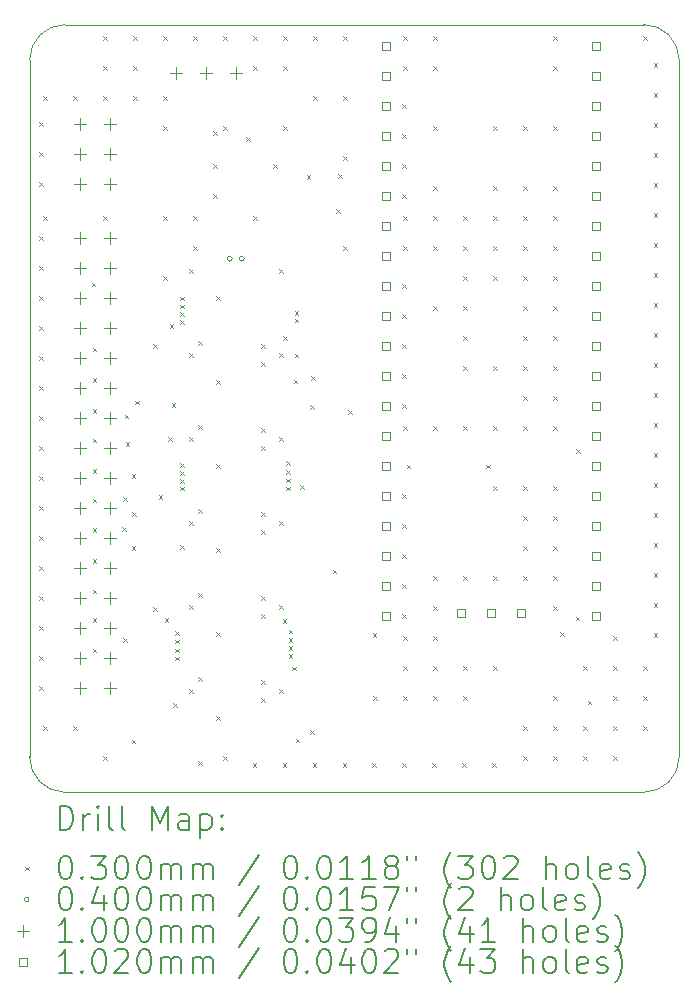
<source format=gbr>
%TF.GenerationSoftware,KiCad,Pcbnew,8.0.8-8.0.8-0~ubuntu24.04.1*%
%TF.CreationDate,2025-04-25T21:20:39+02:00*%
%TF.ProjectId,LogicAnalyzer,4c6f6769-6341-46e6-916c-797a65722e6b,rev?*%
%TF.SameCoordinates,Original*%
%TF.FileFunction,Drillmap*%
%TF.FilePolarity,Positive*%
%FSLAX45Y45*%
G04 Gerber Fmt 4.5, Leading zero omitted, Abs format (unit mm)*
G04 Created by KiCad (PCBNEW 8.0.8-8.0.8-0~ubuntu24.04.1) date 2025-04-25 21:20:39*
%MOMM*%
%LPD*%
G01*
G04 APERTURE LIST*
%ADD10C,0.100000*%
%ADD11C,0.200000*%
%ADD12C,0.102000*%
G04 APERTURE END LIST*
D10*
X20650000Y-6450000D02*
G75*
G02*
X20950000Y-6750000I0J-300000D01*
G01*
X15450000Y-6750000D02*
X15450000Y-12650000D01*
X20950000Y-12650000D02*
G75*
G02*
X20650000Y-12950000I-300000J0D01*
G01*
X15450000Y-6750000D02*
G75*
G02*
X15750000Y-6450000I300000J0D01*
G01*
X20950000Y-12650000D02*
X20950000Y-6750000D01*
X20650000Y-6450000D02*
X15750000Y-6450000D01*
X15750000Y-12950000D02*
X20650000Y-12950000D01*
X15750000Y-12950000D02*
G75*
G02*
X15450000Y-12650000I0J300000D01*
G01*
D11*
D10*
X15529800Y-7274800D02*
X15559800Y-7304800D01*
X15559800Y-7274800D02*
X15529800Y-7304800D01*
X15529800Y-7528800D02*
X15559800Y-7558800D01*
X15559800Y-7528800D02*
X15529800Y-7558800D01*
X15529800Y-7782800D02*
X15559800Y-7812800D01*
X15559800Y-7782800D02*
X15529800Y-7812800D01*
X15529800Y-8240000D02*
X15559800Y-8270000D01*
X15559800Y-8240000D02*
X15529800Y-8270000D01*
X15529800Y-8494000D02*
X15559800Y-8524000D01*
X15559800Y-8494000D02*
X15529800Y-8524000D01*
X15529800Y-8748000D02*
X15559800Y-8778000D01*
X15559800Y-8748000D02*
X15529800Y-8778000D01*
X15529800Y-9002000D02*
X15559800Y-9032000D01*
X15559800Y-9002000D02*
X15529800Y-9032000D01*
X15529800Y-9256000D02*
X15559800Y-9286000D01*
X15559800Y-9256000D02*
X15529800Y-9286000D01*
X15529800Y-9510000D02*
X15559800Y-9540000D01*
X15559800Y-9510000D02*
X15529800Y-9540000D01*
X15529800Y-9764000D02*
X15559800Y-9794000D01*
X15559800Y-9764000D02*
X15529800Y-9794000D01*
X15529800Y-10018000D02*
X15559800Y-10048000D01*
X15559800Y-10018000D02*
X15529800Y-10048000D01*
X15529800Y-10272000D02*
X15559800Y-10302000D01*
X15559800Y-10272000D02*
X15529800Y-10302000D01*
X15529800Y-10526000D02*
X15559800Y-10556000D01*
X15559800Y-10526000D02*
X15529800Y-10556000D01*
X15529800Y-10780000D02*
X15559800Y-10810000D01*
X15559800Y-10780000D02*
X15529800Y-10810000D01*
X15529800Y-11034000D02*
X15559800Y-11064000D01*
X15559800Y-11034000D02*
X15529800Y-11064000D01*
X15529800Y-11288000D02*
X15559800Y-11318000D01*
X15559800Y-11288000D02*
X15529800Y-11318000D01*
X15529800Y-11542000D02*
X15559800Y-11572000D01*
X15559800Y-11542000D02*
X15529800Y-11572000D01*
X15529800Y-11796000D02*
X15559800Y-11826000D01*
X15559800Y-11796000D02*
X15529800Y-11826000D01*
X15529800Y-12050000D02*
X15559800Y-12080000D01*
X15559800Y-12050000D02*
X15529800Y-12080000D01*
X15563500Y-7055500D02*
X15593500Y-7085500D01*
X15593500Y-7055500D02*
X15563500Y-7085500D01*
X15563500Y-8071500D02*
X15593500Y-8101500D01*
X15593500Y-8071500D02*
X15563500Y-8101500D01*
X15563500Y-12389500D02*
X15593500Y-12419500D01*
X15593500Y-12389500D02*
X15563500Y-12419500D01*
X15817500Y-7055500D02*
X15847500Y-7085500D01*
X15847500Y-7055500D02*
X15817500Y-7085500D01*
X15817500Y-12389500D02*
X15847500Y-12419500D01*
X15847500Y-12389500D02*
X15817500Y-12419500D01*
X15975000Y-8635000D02*
X16005000Y-8665000D01*
X16005000Y-8635000D02*
X15975000Y-8665000D01*
X15985000Y-9185000D02*
X16015000Y-9215000D01*
X16015000Y-9185000D02*
X15985000Y-9215000D01*
X15985000Y-9445000D02*
X16015000Y-9475000D01*
X16015000Y-9445000D02*
X15985000Y-9475000D01*
X15985000Y-9705000D02*
X16015000Y-9735000D01*
X16015000Y-9705000D02*
X15985000Y-9735000D01*
X15985000Y-9955000D02*
X16015000Y-9985000D01*
X16015000Y-9955000D02*
X15985000Y-9985000D01*
X15985000Y-10215000D02*
X16015000Y-10245000D01*
X16015000Y-10215000D02*
X15985000Y-10245000D01*
X15985000Y-10465000D02*
X16015000Y-10495000D01*
X16015000Y-10465000D02*
X15985000Y-10495000D01*
X15985000Y-10715000D02*
X16015000Y-10745000D01*
X16015000Y-10715000D02*
X15985000Y-10745000D01*
X15985000Y-10975000D02*
X16015000Y-11005000D01*
X16015000Y-10975000D02*
X15985000Y-11005000D01*
X15985000Y-11235000D02*
X16015000Y-11265000D01*
X16015000Y-11235000D02*
X15985000Y-11265000D01*
X15985000Y-11475000D02*
X16015000Y-11505000D01*
X16015000Y-11475000D02*
X15985000Y-11505000D01*
X15985000Y-11735000D02*
X16015000Y-11765000D01*
X16015000Y-11735000D02*
X15985000Y-11765000D01*
X16071500Y-6547500D02*
X16101500Y-6577500D01*
X16101500Y-6547500D02*
X16071500Y-6577500D01*
X16071500Y-6801500D02*
X16101500Y-6831500D01*
X16101500Y-6801500D02*
X16071500Y-6831500D01*
X16071500Y-7055500D02*
X16101500Y-7085500D01*
X16101500Y-7055500D02*
X16071500Y-7085500D01*
X16071500Y-8071500D02*
X16101500Y-8101500D01*
X16101500Y-8071500D02*
X16071500Y-8101500D01*
X16071500Y-12643500D02*
X16101500Y-12673500D01*
X16101500Y-12643500D02*
X16071500Y-12673500D01*
X16235000Y-10705000D02*
X16265000Y-10735000D01*
X16265000Y-10705000D02*
X16235000Y-10735000D01*
X16241000Y-10449800D02*
X16271000Y-10479800D01*
X16271000Y-10449800D02*
X16241000Y-10479800D01*
X16241000Y-11643600D02*
X16271000Y-11673600D01*
X16271000Y-11643600D02*
X16241000Y-11673600D01*
X16255000Y-9755000D02*
X16285000Y-9785000D01*
X16285000Y-9755000D02*
X16255000Y-9785000D01*
X16265000Y-9985000D02*
X16295000Y-10015000D01*
X16295000Y-9985000D02*
X16265000Y-10015000D01*
X16315000Y-10255000D02*
X16345000Y-10285000D01*
X16345000Y-10255000D02*
X16315000Y-10285000D01*
X16315000Y-10865000D02*
X16345000Y-10895000D01*
X16345000Y-10865000D02*
X16315000Y-10895000D01*
X16315000Y-12505000D02*
X16345000Y-12535000D01*
X16345000Y-12505000D02*
X16315000Y-12535000D01*
X16317200Y-10576800D02*
X16347200Y-10606800D01*
X16347200Y-10576800D02*
X16317200Y-10606800D01*
X16325500Y-6547500D02*
X16355500Y-6577500D01*
X16355500Y-6547500D02*
X16325500Y-6577500D01*
X16325500Y-6801500D02*
X16355500Y-6831500D01*
X16355500Y-6801500D02*
X16325500Y-6831500D01*
X16325500Y-7055500D02*
X16355500Y-7085500D01*
X16355500Y-7055500D02*
X16325500Y-7085500D01*
X16345000Y-9635000D02*
X16375000Y-9665000D01*
X16375000Y-9635000D02*
X16345000Y-9665000D01*
X16495000Y-9154400D02*
X16525000Y-9184400D01*
X16525000Y-9154400D02*
X16495000Y-9184400D01*
X16495000Y-11385000D02*
X16525000Y-11415000D01*
X16525000Y-11385000D02*
X16495000Y-11415000D01*
X16545000Y-10435000D02*
X16575000Y-10465000D01*
X16575000Y-10435000D02*
X16545000Y-10465000D01*
X16579500Y-6547500D02*
X16609500Y-6577500D01*
X16609500Y-6547500D02*
X16579500Y-6577500D01*
X16579500Y-7055500D02*
X16609500Y-7085500D01*
X16609500Y-7055500D02*
X16579500Y-7085500D01*
X16579500Y-7309500D02*
X16609500Y-7339500D01*
X16609500Y-7309500D02*
X16579500Y-7339500D01*
X16579500Y-8071500D02*
X16609500Y-8101500D01*
X16609500Y-8071500D02*
X16579500Y-8101500D01*
X16579500Y-8579500D02*
X16609500Y-8609500D01*
X16609500Y-8579500D02*
X16579500Y-8609500D01*
X16595000Y-11475000D02*
X16625000Y-11505000D01*
X16625000Y-11475000D02*
X16595000Y-11505000D01*
X16622000Y-9941800D02*
X16652000Y-9971800D01*
X16652000Y-9941800D02*
X16622000Y-9971800D01*
X16635000Y-8985000D02*
X16665000Y-9015000D01*
X16665000Y-8985000D02*
X16635000Y-9015000D01*
X16655000Y-9655000D02*
X16685000Y-9685000D01*
X16685000Y-9655000D02*
X16655000Y-9685000D01*
X16665000Y-12195000D02*
X16695000Y-12225000D01*
X16695000Y-12195000D02*
X16665000Y-12225000D01*
X16685000Y-11585000D02*
X16715000Y-11615000D01*
X16715000Y-11585000D02*
X16685000Y-11615000D01*
X16685000Y-11660000D02*
X16715000Y-11690000D01*
X16715000Y-11660000D02*
X16685000Y-11690000D01*
X16685000Y-11735000D02*
X16715000Y-11765000D01*
X16715000Y-11735000D02*
X16685000Y-11765000D01*
X16685000Y-11801000D02*
X16715000Y-11831000D01*
X16715000Y-11801000D02*
X16685000Y-11831000D01*
X16723600Y-10856200D02*
X16753600Y-10886200D01*
X16753600Y-10856200D02*
X16723600Y-10886200D01*
X16725000Y-8755000D02*
X16755000Y-8785000D01*
X16755000Y-8755000D02*
X16725000Y-8785000D01*
X16725000Y-8821000D02*
X16755000Y-8851000D01*
X16755000Y-8821000D02*
X16725000Y-8851000D01*
X16725000Y-8887001D02*
X16755000Y-8917001D01*
X16755000Y-8887001D02*
X16725000Y-8917001D01*
X16725000Y-8955000D02*
X16755000Y-8985000D01*
X16755000Y-8955000D02*
X16725000Y-8985000D01*
X16725000Y-10165000D02*
X16755000Y-10195000D01*
X16755000Y-10165000D02*
X16725000Y-10195000D01*
X16725000Y-10231000D02*
X16755000Y-10261000D01*
X16755000Y-10231000D02*
X16725000Y-10261000D01*
X16725000Y-10297001D02*
X16755000Y-10327001D01*
X16755000Y-10297001D02*
X16725000Y-10327001D01*
X16725000Y-10363001D02*
X16755000Y-10393001D01*
X16755000Y-10363001D02*
X16725000Y-10393001D01*
X16799800Y-8519400D02*
X16829800Y-8549400D01*
X16829800Y-8519400D02*
X16799800Y-8549400D01*
X16799800Y-9230600D02*
X16829800Y-9260600D01*
X16829800Y-9230600D02*
X16799800Y-9260600D01*
X16799800Y-9941800D02*
X16829800Y-9971800D01*
X16829800Y-9941800D02*
X16799800Y-9971800D01*
X16799800Y-10653000D02*
X16829800Y-10683000D01*
X16829800Y-10653000D02*
X16799800Y-10683000D01*
X16799800Y-11364200D02*
X16829800Y-11394200D01*
X16829800Y-11364200D02*
X16799800Y-11394200D01*
X16799800Y-12075400D02*
X16829800Y-12105400D01*
X16829800Y-12075400D02*
X16799800Y-12105400D01*
X16833500Y-6547500D02*
X16863500Y-6577500D01*
X16863500Y-6547500D02*
X16833500Y-6577500D01*
X16833500Y-8071500D02*
X16863500Y-8101500D01*
X16863500Y-8071500D02*
X16833500Y-8101500D01*
X16833500Y-8325500D02*
X16863500Y-8355500D01*
X16863500Y-8325500D02*
X16833500Y-8355500D01*
X16876000Y-9129000D02*
X16906000Y-9159000D01*
X16906000Y-9129000D02*
X16876000Y-9159000D01*
X16876000Y-9840200D02*
X16906000Y-9870200D01*
X16906000Y-9840200D02*
X16876000Y-9870200D01*
X16876000Y-10551400D02*
X16906000Y-10581400D01*
X16906000Y-10551400D02*
X16876000Y-10581400D01*
X16876000Y-11262600D02*
X16906000Y-11292600D01*
X16906000Y-11262600D02*
X16876000Y-11292600D01*
X16876000Y-11973800D02*
X16906000Y-12003800D01*
X16906000Y-11973800D02*
X16876000Y-12003800D01*
X16876000Y-12685000D02*
X16906000Y-12715000D01*
X16906000Y-12685000D02*
X16876000Y-12715000D01*
X17003000Y-7351000D02*
X17033000Y-7381000D01*
X17033000Y-7351000D02*
X17003000Y-7381000D01*
X17003000Y-7630400D02*
X17033000Y-7660400D01*
X17033000Y-7630400D02*
X17003000Y-7660400D01*
X17003000Y-7884400D02*
X17033000Y-7914400D01*
X17033000Y-7884400D02*
X17003000Y-7914400D01*
X17028400Y-8748000D02*
X17058400Y-8778000D01*
X17058400Y-8748000D02*
X17028400Y-8778000D01*
X17028400Y-9459200D02*
X17058400Y-9489200D01*
X17058400Y-9459200D02*
X17028400Y-9489200D01*
X17028400Y-10170400D02*
X17058400Y-10200400D01*
X17058400Y-10170400D02*
X17028400Y-10200400D01*
X17028400Y-10881600D02*
X17058400Y-10911600D01*
X17058400Y-10881600D02*
X17028400Y-10911600D01*
X17028400Y-11592800D02*
X17058400Y-11622800D01*
X17058400Y-11592800D02*
X17028400Y-11622800D01*
X17028400Y-12304000D02*
X17058400Y-12334000D01*
X17058400Y-12304000D02*
X17028400Y-12334000D01*
X17087500Y-6547500D02*
X17117500Y-6577500D01*
X17117500Y-6547500D02*
X17087500Y-6577500D01*
X17087500Y-7309500D02*
X17117500Y-7339500D01*
X17117500Y-7309500D02*
X17087500Y-7339500D01*
X17087500Y-12643500D02*
X17117500Y-12673500D01*
X17117500Y-12643500D02*
X17087500Y-12673500D01*
X17282400Y-7401800D02*
X17312400Y-7431800D01*
X17312400Y-7401800D02*
X17282400Y-7431800D01*
X17339000Y-12705000D02*
X17369000Y-12735000D01*
X17369000Y-12705000D02*
X17339000Y-12735000D01*
X17341500Y-6547500D02*
X17371500Y-6577500D01*
X17371500Y-6547500D02*
X17341500Y-6577500D01*
X17341500Y-6801500D02*
X17371500Y-6831500D01*
X17371500Y-6801500D02*
X17341500Y-6831500D01*
X17341500Y-8071500D02*
X17371500Y-8101500D01*
X17371500Y-8071500D02*
X17341500Y-8101500D01*
X17409400Y-9154400D02*
X17439400Y-9184400D01*
X17439400Y-9154400D02*
X17409400Y-9184400D01*
X17409400Y-9306800D02*
X17439400Y-9336800D01*
X17439400Y-9306800D02*
X17409400Y-9336800D01*
X17409400Y-9865600D02*
X17439400Y-9895600D01*
X17439400Y-9865600D02*
X17409400Y-9895600D01*
X17409400Y-10018000D02*
X17439400Y-10048000D01*
X17439400Y-10018000D02*
X17409400Y-10048000D01*
X17409400Y-10576800D02*
X17439400Y-10606800D01*
X17439400Y-10576800D02*
X17409400Y-10606800D01*
X17409400Y-10729200D02*
X17439400Y-10759200D01*
X17439400Y-10729200D02*
X17409400Y-10759200D01*
X17409400Y-11288000D02*
X17439400Y-11318000D01*
X17439400Y-11288000D02*
X17409400Y-11318000D01*
X17409400Y-11440400D02*
X17439400Y-11470400D01*
X17439400Y-11440400D02*
X17409400Y-11470400D01*
X17409400Y-11999200D02*
X17439400Y-12029200D01*
X17439400Y-11999200D02*
X17409400Y-12029200D01*
X17409400Y-12151600D02*
X17439400Y-12181600D01*
X17439400Y-12151600D02*
X17409400Y-12181600D01*
X17511000Y-7630400D02*
X17541000Y-7660400D01*
X17541000Y-7630400D02*
X17511000Y-7660400D01*
X17561800Y-8519400D02*
X17591800Y-8549400D01*
X17591800Y-8519400D02*
X17561800Y-8549400D01*
X17561800Y-9230600D02*
X17591800Y-9260600D01*
X17591800Y-9230600D02*
X17561800Y-9260600D01*
X17561800Y-9941800D02*
X17591800Y-9971800D01*
X17591800Y-9941800D02*
X17561800Y-9971800D01*
X17561800Y-10653000D02*
X17591800Y-10683000D01*
X17591800Y-10653000D02*
X17561800Y-10683000D01*
X17561800Y-11364200D02*
X17591800Y-11394200D01*
X17591800Y-11364200D02*
X17561800Y-11394200D01*
X17561800Y-12075400D02*
X17591800Y-12105400D01*
X17591800Y-12075400D02*
X17561800Y-12105400D01*
X17593000Y-12705000D02*
X17623000Y-12735000D01*
X17623000Y-12705000D02*
X17593000Y-12735000D01*
X17595000Y-11485000D02*
X17625000Y-11515000D01*
X17625000Y-11485000D02*
X17595000Y-11515000D01*
X17595500Y-6547500D02*
X17625500Y-6577500D01*
X17625500Y-6547500D02*
X17595500Y-6577500D01*
X17595500Y-6801500D02*
X17625500Y-6831500D01*
X17625500Y-6801500D02*
X17595500Y-6831500D01*
X17595500Y-7309500D02*
X17625500Y-7339500D01*
X17625500Y-7309500D02*
X17595500Y-7339500D01*
X17595500Y-9087500D02*
X17625500Y-9117500D01*
X17625500Y-9087500D02*
X17595500Y-9117500D01*
X17625000Y-10145000D02*
X17655000Y-10175000D01*
X17655000Y-10145000D02*
X17625000Y-10175000D01*
X17625000Y-10225000D02*
X17655000Y-10255000D01*
X17655000Y-10225000D02*
X17625000Y-10255000D01*
X17625000Y-10295000D02*
X17655000Y-10325000D01*
X17655000Y-10295000D02*
X17625000Y-10325000D01*
X17625000Y-10361000D02*
X17655000Y-10391000D01*
X17655000Y-10361000D02*
X17625000Y-10391000D01*
X17645000Y-11575000D02*
X17675000Y-11605000D01*
X17675000Y-11575000D02*
X17645000Y-11605000D01*
X17645000Y-11645000D02*
X17675000Y-11675000D01*
X17675000Y-11645000D02*
X17645000Y-11675000D01*
X17645000Y-11715000D02*
X17675000Y-11745000D01*
X17675000Y-11715000D02*
X17645000Y-11745000D01*
X17645000Y-11781000D02*
X17675000Y-11811000D01*
X17675000Y-11781000D02*
X17645000Y-11811000D01*
X17675000Y-11885000D02*
X17705000Y-11915000D01*
X17705000Y-11885000D02*
X17675000Y-11915000D01*
X17685000Y-9455000D02*
X17715000Y-9485000D01*
X17715000Y-9455000D02*
X17685000Y-9485000D01*
X17695000Y-8875000D02*
X17725000Y-8905000D01*
X17725000Y-8875000D02*
X17695000Y-8905000D01*
X17695000Y-8941000D02*
X17725000Y-8971000D01*
X17725000Y-8941000D02*
X17695000Y-8971000D01*
X17695000Y-9235000D02*
X17725000Y-9265000D01*
X17725000Y-9235000D02*
X17695000Y-9265000D01*
X17705000Y-12496000D02*
X17735000Y-12526000D01*
X17735000Y-12496000D02*
X17705000Y-12526000D01*
X17739600Y-10348200D02*
X17769600Y-10378200D01*
X17769600Y-10348200D02*
X17739600Y-10378200D01*
X17795000Y-7725000D02*
X17825000Y-7755000D01*
X17825000Y-7725000D02*
X17795000Y-7755000D01*
X17825000Y-9675000D02*
X17855000Y-9705000D01*
X17855000Y-9675000D02*
X17825000Y-9705000D01*
X17825000Y-12425000D02*
X17855000Y-12455000D01*
X17855000Y-12425000D02*
X17825000Y-12455000D01*
X17835000Y-9425000D02*
X17865000Y-9455000D01*
X17865000Y-9425000D02*
X17835000Y-9455000D01*
X17847000Y-12705000D02*
X17877000Y-12735000D01*
X17877000Y-12705000D02*
X17847000Y-12735000D01*
X17849500Y-6547500D02*
X17879500Y-6577500D01*
X17879500Y-6547500D02*
X17849500Y-6577500D01*
X17849500Y-7055500D02*
X17879500Y-7085500D01*
X17879500Y-7055500D02*
X17849500Y-7085500D01*
X18015000Y-11065000D02*
X18045000Y-11095000D01*
X18045000Y-11065000D02*
X18015000Y-11095000D01*
X18045000Y-8015000D02*
X18075000Y-8045000D01*
X18075000Y-8015000D02*
X18045000Y-8045000D01*
X18065000Y-7715000D02*
X18095000Y-7745000D01*
X18095000Y-7715000D02*
X18065000Y-7745000D01*
X18101000Y-12705000D02*
X18131000Y-12735000D01*
X18131000Y-12705000D02*
X18101000Y-12735000D01*
X18103500Y-6547500D02*
X18133500Y-6577500D01*
X18133500Y-6547500D02*
X18103500Y-6577500D01*
X18103500Y-7055500D02*
X18133500Y-7085500D01*
X18133500Y-7055500D02*
X18103500Y-7085500D01*
X18103500Y-7563500D02*
X18133500Y-7593500D01*
X18133500Y-7563500D02*
X18103500Y-7593500D01*
X18103500Y-8325500D02*
X18133500Y-8355500D01*
X18133500Y-8325500D02*
X18103500Y-8355500D01*
X18146000Y-9713200D02*
X18176000Y-9743200D01*
X18176000Y-9713200D02*
X18146000Y-9743200D01*
X18349000Y-12705000D02*
X18379000Y-12735000D01*
X18379000Y-12705000D02*
X18349000Y-12735000D01*
X18355000Y-11605000D02*
X18385000Y-11635000D01*
X18385000Y-11605000D02*
X18355000Y-11635000D01*
X18357500Y-12135500D02*
X18387500Y-12165500D01*
X18387500Y-12135500D02*
X18357500Y-12165500D01*
X18603000Y-12705000D02*
X18633000Y-12735000D01*
X18633000Y-12705000D02*
X18603000Y-12735000D01*
X18603200Y-7122400D02*
X18633200Y-7152400D01*
X18633200Y-7122400D02*
X18603200Y-7152400D01*
X18603200Y-7376400D02*
X18633200Y-7406400D01*
X18633200Y-7376400D02*
X18603200Y-7406400D01*
X18603200Y-7630400D02*
X18633200Y-7660400D01*
X18633200Y-7630400D02*
X18603200Y-7660400D01*
X18603200Y-7884400D02*
X18633200Y-7914400D01*
X18633200Y-7884400D02*
X18603200Y-7914400D01*
X18603200Y-8646400D02*
X18633200Y-8676400D01*
X18633200Y-8646400D02*
X18603200Y-8676400D01*
X18603200Y-8900400D02*
X18633200Y-8930400D01*
X18633200Y-8900400D02*
X18603200Y-8930400D01*
X18603200Y-9154400D02*
X18633200Y-9184400D01*
X18633200Y-9154400D02*
X18603200Y-9184400D01*
X18603200Y-9408400D02*
X18633200Y-9438400D01*
X18633200Y-9408400D02*
X18603200Y-9438400D01*
X18603200Y-9662400D02*
X18633200Y-9692400D01*
X18633200Y-9662400D02*
X18603200Y-9692400D01*
X18603200Y-10424400D02*
X18633200Y-10454400D01*
X18633200Y-10424400D02*
X18603200Y-10454400D01*
X18603200Y-10678400D02*
X18633200Y-10708400D01*
X18633200Y-10678400D02*
X18603200Y-10708400D01*
X18603200Y-10932400D02*
X18633200Y-10962400D01*
X18633200Y-10932400D02*
X18603200Y-10962400D01*
X18603200Y-11186400D02*
X18633200Y-11216400D01*
X18633200Y-11186400D02*
X18603200Y-11216400D01*
X18603200Y-11440400D02*
X18633200Y-11470400D01*
X18633200Y-11440400D02*
X18603200Y-11470400D01*
X18611500Y-6547500D02*
X18641500Y-6577500D01*
X18641500Y-6547500D02*
X18611500Y-6577500D01*
X18611500Y-6801500D02*
X18641500Y-6831500D01*
X18641500Y-6801500D02*
X18611500Y-6831500D01*
X18611500Y-8071500D02*
X18641500Y-8101500D01*
X18641500Y-8071500D02*
X18611500Y-8101500D01*
X18611500Y-8325500D02*
X18641500Y-8355500D01*
X18641500Y-8325500D02*
X18611500Y-8355500D01*
X18611500Y-9849500D02*
X18641500Y-9879500D01*
X18641500Y-9849500D02*
X18611500Y-9879500D01*
X18611500Y-11627500D02*
X18641500Y-11657500D01*
X18641500Y-11627500D02*
X18611500Y-11657500D01*
X18611500Y-11881500D02*
X18641500Y-11911500D01*
X18641500Y-11881500D02*
X18611500Y-11911500D01*
X18611500Y-12135500D02*
X18641500Y-12165500D01*
X18641500Y-12135500D02*
X18611500Y-12165500D01*
X18645000Y-10175000D02*
X18675000Y-10205000D01*
X18675000Y-10175000D02*
X18645000Y-10205000D01*
X18857000Y-12705000D02*
X18887000Y-12735000D01*
X18887000Y-12705000D02*
X18857000Y-12735000D01*
X18865500Y-6547500D02*
X18895500Y-6577500D01*
X18895500Y-6547500D02*
X18865500Y-6577500D01*
X18865500Y-6801500D02*
X18895500Y-6831500D01*
X18895500Y-6801500D02*
X18865500Y-6831500D01*
X18865500Y-7309500D02*
X18895500Y-7339500D01*
X18895500Y-7309500D02*
X18865500Y-7339500D01*
X18865500Y-7817500D02*
X18895500Y-7847500D01*
X18895500Y-7817500D02*
X18865500Y-7847500D01*
X18865500Y-8071500D02*
X18895500Y-8101500D01*
X18895500Y-8071500D02*
X18865500Y-8101500D01*
X18865500Y-8325500D02*
X18895500Y-8355500D01*
X18895500Y-8325500D02*
X18865500Y-8355500D01*
X18865500Y-8833500D02*
X18895500Y-8863500D01*
X18895500Y-8833500D02*
X18865500Y-8863500D01*
X18865500Y-9849500D02*
X18895500Y-9879500D01*
X18895500Y-9849500D02*
X18865500Y-9879500D01*
X18865500Y-11119500D02*
X18895500Y-11149500D01*
X18895500Y-11119500D02*
X18865500Y-11149500D01*
X18865500Y-11373500D02*
X18895500Y-11403500D01*
X18895500Y-11373500D02*
X18865500Y-11403500D01*
X18865500Y-11627500D02*
X18895500Y-11657500D01*
X18895500Y-11627500D02*
X18865500Y-11657500D01*
X18865500Y-11881500D02*
X18895500Y-11911500D01*
X18895500Y-11881500D02*
X18865500Y-11911500D01*
X18865500Y-12135500D02*
X18895500Y-12165500D01*
X18895500Y-12135500D02*
X18865500Y-12165500D01*
X19111000Y-12705000D02*
X19141000Y-12735000D01*
X19141000Y-12705000D02*
X19111000Y-12735000D01*
X19119500Y-8071500D02*
X19149500Y-8101500D01*
X19149500Y-8071500D02*
X19119500Y-8101500D01*
X19119500Y-8325500D02*
X19149500Y-8355500D01*
X19149500Y-8325500D02*
X19119500Y-8355500D01*
X19119500Y-8579500D02*
X19149500Y-8609500D01*
X19149500Y-8579500D02*
X19119500Y-8609500D01*
X19119500Y-8833500D02*
X19149500Y-8863500D01*
X19149500Y-8833500D02*
X19119500Y-8863500D01*
X19119500Y-9087500D02*
X19149500Y-9117500D01*
X19149500Y-9087500D02*
X19119500Y-9117500D01*
X19119500Y-9341500D02*
X19149500Y-9371500D01*
X19149500Y-9341500D02*
X19119500Y-9371500D01*
X19119500Y-9849500D02*
X19149500Y-9879500D01*
X19149500Y-9849500D02*
X19119500Y-9879500D01*
X19119500Y-11119500D02*
X19149500Y-11149500D01*
X19149500Y-11119500D02*
X19119500Y-11149500D01*
X19119500Y-11881500D02*
X19149500Y-11911500D01*
X19149500Y-11881500D02*
X19119500Y-11911500D01*
X19119500Y-12135500D02*
X19149500Y-12165500D01*
X19149500Y-12135500D02*
X19119500Y-12165500D01*
X19315000Y-10175000D02*
X19345000Y-10205000D01*
X19345000Y-10175000D02*
X19315000Y-10205000D01*
X19365000Y-12705000D02*
X19395000Y-12735000D01*
X19395000Y-12705000D02*
X19365000Y-12735000D01*
X19373500Y-7309500D02*
X19403500Y-7339500D01*
X19403500Y-7309500D02*
X19373500Y-7339500D01*
X19373500Y-7817500D02*
X19403500Y-7847500D01*
X19403500Y-7817500D02*
X19373500Y-7847500D01*
X19373500Y-8071500D02*
X19403500Y-8101500D01*
X19403500Y-8071500D02*
X19373500Y-8101500D01*
X19373500Y-8325500D02*
X19403500Y-8355500D01*
X19403500Y-8325500D02*
X19373500Y-8355500D01*
X19373500Y-8579500D02*
X19403500Y-8609500D01*
X19403500Y-8579500D02*
X19373500Y-8609500D01*
X19373500Y-9341500D02*
X19403500Y-9371500D01*
X19403500Y-9341500D02*
X19373500Y-9371500D01*
X19373500Y-9849500D02*
X19403500Y-9879500D01*
X19403500Y-9849500D02*
X19373500Y-9879500D01*
X19373500Y-10357500D02*
X19403500Y-10387500D01*
X19403500Y-10357500D02*
X19373500Y-10387500D01*
X19373500Y-11119500D02*
X19403500Y-11149500D01*
X19403500Y-11119500D02*
X19373500Y-11149500D01*
X19373500Y-11881500D02*
X19403500Y-11911500D01*
X19403500Y-11881500D02*
X19373500Y-11911500D01*
X19627500Y-7309500D02*
X19657500Y-7339500D01*
X19657500Y-7309500D02*
X19627500Y-7339500D01*
X19627500Y-7817500D02*
X19657500Y-7847500D01*
X19657500Y-7817500D02*
X19627500Y-7847500D01*
X19627500Y-8071500D02*
X19657500Y-8101500D01*
X19657500Y-8071500D02*
X19627500Y-8101500D01*
X19627500Y-8325500D02*
X19657500Y-8355500D01*
X19657500Y-8325500D02*
X19627500Y-8355500D01*
X19627500Y-8579500D02*
X19657500Y-8609500D01*
X19657500Y-8579500D02*
X19627500Y-8609500D01*
X19627500Y-8833500D02*
X19657500Y-8863500D01*
X19657500Y-8833500D02*
X19627500Y-8863500D01*
X19627500Y-9087500D02*
X19657500Y-9117500D01*
X19657500Y-9087500D02*
X19627500Y-9117500D01*
X19627500Y-9341500D02*
X19657500Y-9371500D01*
X19657500Y-9341500D02*
X19627500Y-9371500D01*
X19627500Y-9595500D02*
X19657500Y-9625500D01*
X19657500Y-9595500D02*
X19627500Y-9625500D01*
X19627500Y-9849500D02*
X19657500Y-9879500D01*
X19657500Y-9849500D02*
X19627500Y-9879500D01*
X19627500Y-10357500D02*
X19657500Y-10387500D01*
X19657500Y-10357500D02*
X19627500Y-10387500D01*
X19627500Y-10611500D02*
X19657500Y-10641500D01*
X19657500Y-10611500D02*
X19627500Y-10641500D01*
X19627500Y-10865500D02*
X19657500Y-10895500D01*
X19657500Y-10865500D02*
X19627500Y-10895500D01*
X19627500Y-11119500D02*
X19657500Y-11149500D01*
X19657500Y-11119500D02*
X19627500Y-11149500D01*
X19627500Y-12389500D02*
X19657500Y-12419500D01*
X19657500Y-12389500D02*
X19627500Y-12419500D01*
X19627500Y-12643500D02*
X19657500Y-12673500D01*
X19657500Y-12643500D02*
X19627500Y-12673500D01*
X19881500Y-6547500D02*
X19911500Y-6577500D01*
X19911500Y-6547500D02*
X19881500Y-6577500D01*
X19881500Y-6801500D02*
X19911500Y-6831500D01*
X19911500Y-6801500D02*
X19881500Y-6831500D01*
X19881500Y-7309500D02*
X19911500Y-7339500D01*
X19911500Y-7309500D02*
X19881500Y-7339500D01*
X19881500Y-7817500D02*
X19911500Y-7847500D01*
X19911500Y-7817500D02*
X19881500Y-7847500D01*
X19881500Y-8071500D02*
X19911500Y-8101500D01*
X19911500Y-8071500D02*
X19881500Y-8101500D01*
X19881500Y-8325500D02*
X19911500Y-8355500D01*
X19911500Y-8325500D02*
X19881500Y-8355500D01*
X19881500Y-8579500D02*
X19911500Y-8609500D01*
X19911500Y-8579500D02*
X19881500Y-8609500D01*
X19881500Y-8833500D02*
X19911500Y-8863500D01*
X19911500Y-8833500D02*
X19881500Y-8863500D01*
X19881500Y-9087500D02*
X19911500Y-9117500D01*
X19911500Y-9087500D02*
X19881500Y-9117500D01*
X19881500Y-9341500D02*
X19911500Y-9371500D01*
X19911500Y-9341500D02*
X19881500Y-9371500D01*
X19881500Y-9595500D02*
X19911500Y-9625500D01*
X19911500Y-9595500D02*
X19881500Y-9625500D01*
X19881500Y-9849500D02*
X19911500Y-9879500D01*
X19911500Y-9849500D02*
X19881500Y-9879500D01*
X19881500Y-10357500D02*
X19911500Y-10387500D01*
X19911500Y-10357500D02*
X19881500Y-10387500D01*
X19881500Y-10611500D02*
X19911500Y-10641500D01*
X19911500Y-10611500D02*
X19881500Y-10641500D01*
X19881500Y-10865500D02*
X19911500Y-10895500D01*
X19911500Y-10865500D02*
X19881500Y-10895500D01*
X19881500Y-11119500D02*
X19911500Y-11149500D01*
X19911500Y-11119500D02*
X19881500Y-11149500D01*
X19881500Y-11373500D02*
X19911500Y-11403500D01*
X19911500Y-11373500D02*
X19881500Y-11403500D01*
X19881500Y-12135500D02*
X19911500Y-12165500D01*
X19911500Y-12135500D02*
X19881500Y-12165500D01*
X19881500Y-12389500D02*
X19911500Y-12419500D01*
X19911500Y-12389500D02*
X19881500Y-12419500D01*
X19881500Y-12643500D02*
X19911500Y-12673500D01*
X19911500Y-12643500D02*
X19881500Y-12673500D01*
X19945000Y-11595000D02*
X19975000Y-11625000D01*
X19975000Y-11595000D02*
X19945000Y-11625000D01*
X20075000Y-11465000D02*
X20105000Y-11495000D01*
X20105000Y-11465000D02*
X20075000Y-11495000D01*
X20076400Y-10043400D02*
X20106400Y-10073400D01*
X20106400Y-10043400D02*
X20076400Y-10073400D01*
X20135500Y-11881500D02*
X20165500Y-11911500D01*
X20165500Y-11881500D02*
X20135500Y-11911500D01*
X20135500Y-12389500D02*
X20165500Y-12419500D01*
X20165500Y-12389500D02*
X20135500Y-12419500D01*
X20135500Y-12643500D02*
X20165500Y-12673500D01*
X20165500Y-12643500D02*
X20135500Y-12673500D01*
X20175790Y-12174210D02*
X20205790Y-12204210D01*
X20205790Y-12174210D02*
X20175790Y-12204210D01*
X20389500Y-11627500D02*
X20419500Y-11657500D01*
X20419500Y-11627500D02*
X20389500Y-11657500D01*
X20389500Y-11881500D02*
X20419500Y-11911500D01*
X20419500Y-11881500D02*
X20389500Y-11911500D01*
X20389500Y-12135500D02*
X20419500Y-12165500D01*
X20419500Y-12135500D02*
X20389500Y-12165500D01*
X20389500Y-12389500D02*
X20419500Y-12419500D01*
X20419500Y-12389500D02*
X20389500Y-12419500D01*
X20389500Y-12643500D02*
X20419500Y-12673500D01*
X20419500Y-12643500D02*
X20389500Y-12673500D01*
X20643500Y-6547500D02*
X20673500Y-6577500D01*
X20673500Y-6547500D02*
X20643500Y-6577500D01*
X20643500Y-11881500D02*
X20673500Y-11911500D01*
X20673500Y-11881500D02*
X20643500Y-11911500D01*
X20643500Y-12135500D02*
X20673500Y-12165500D01*
X20673500Y-12135500D02*
X20643500Y-12165500D01*
X20643500Y-12389500D02*
X20673500Y-12419500D01*
X20673500Y-12389500D02*
X20643500Y-12419500D01*
X20735000Y-6777000D02*
X20765000Y-6807000D01*
X20765000Y-6777000D02*
X20735000Y-6807000D01*
X20735000Y-7031000D02*
X20765000Y-7061000D01*
X20765000Y-7031000D02*
X20735000Y-7061000D01*
X20735000Y-7285000D02*
X20765000Y-7315000D01*
X20765000Y-7285000D02*
X20735000Y-7315000D01*
X20735000Y-7539000D02*
X20765000Y-7569000D01*
X20765000Y-7539000D02*
X20735000Y-7569000D01*
X20735000Y-7793000D02*
X20765000Y-7823000D01*
X20765000Y-7793000D02*
X20735000Y-7823000D01*
X20735000Y-8047000D02*
X20765000Y-8077000D01*
X20765000Y-8047000D02*
X20735000Y-8077000D01*
X20735000Y-8301000D02*
X20765000Y-8331000D01*
X20765000Y-8301000D02*
X20735000Y-8331000D01*
X20735000Y-8555000D02*
X20765000Y-8585000D01*
X20765000Y-8555000D02*
X20735000Y-8585000D01*
X20735000Y-8809000D02*
X20765000Y-8839000D01*
X20765000Y-8809000D02*
X20735000Y-8839000D01*
X20735000Y-9063000D02*
X20765000Y-9093000D01*
X20765000Y-9063000D02*
X20735000Y-9093000D01*
X20735000Y-9317000D02*
X20765000Y-9347000D01*
X20765000Y-9317000D02*
X20735000Y-9347000D01*
X20735000Y-9571000D02*
X20765000Y-9601000D01*
X20765000Y-9571000D02*
X20735000Y-9601000D01*
X20735000Y-9825000D02*
X20765000Y-9855000D01*
X20765000Y-9825000D02*
X20735000Y-9855000D01*
X20735000Y-10079000D02*
X20765000Y-10109000D01*
X20765000Y-10079000D02*
X20735000Y-10109000D01*
X20735000Y-10333000D02*
X20765000Y-10363000D01*
X20765000Y-10333000D02*
X20735000Y-10363000D01*
X20735000Y-10587000D02*
X20765000Y-10617000D01*
X20765000Y-10587000D02*
X20735000Y-10617000D01*
X20735000Y-10839000D02*
X20765000Y-10869000D01*
X20765000Y-10839000D02*
X20735000Y-10869000D01*
X20735000Y-11093000D02*
X20765000Y-11123000D01*
X20765000Y-11093000D02*
X20735000Y-11123000D01*
X20735000Y-11347000D02*
X20765000Y-11377000D01*
X20765000Y-11347000D02*
X20735000Y-11377000D01*
X20735000Y-11601000D02*
X20765000Y-11631000D01*
X20765000Y-11601000D02*
X20735000Y-11631000D01*
X17165000Y-8432800D02*
G75*
G02*
X17125000Y-8432800I-20000J0D01*
G01*
X17125000Y-8432800D02*
G75*
G02*
X17165000Y-8432800I20000J0D01*
G01*
X17266600Y-8432800D02*
G75*
G02*
X17226600Y-8432800I-20000J0D01*
G01*
X17226600Y-8432800D02*
G75*
G02*
X17266600Y-8432800I20000J0D01*
G01*
X15875000Y-7239800D02*
X15875000Y-7339800D01*
X15825000Y-7289800D02*
X15925000Y-7289800D01*
X15875000Y-7493800D02*
X15875000Y-7593800D01*
X15825000Y-7543800D02*
X15925000Y-7543800D01*
X15875000Y-7747800D02*
X15875000Y-7847800D01*
X15825000Y-7797800D02*
X15925000Y-7797800D01*
X15875000Y-8205000D02*
X15875000Y-8305000D01*
X15825000Y-8255000D02*
X15925000Y-8255000D01*
X15875000Y-8459000D02*
X15875000Y-8559000D01*
X15825000Y-8509000D02*
X15925000Y-8509000D01*
X15875000Y-8713000D02*
X15875000Y-8813000D01*
X15825000Y-8763000D02*
X15925000Y-8763000D01*
X15875000Y-8967000D02*
X15875000Y-9067000D01*
X15825000Y-9017000D02*
X15925000Y-9017000D01*
X15875000Y-9221000D02*
X15875000Y-9321000D01*
X15825000Y-9271000D02*
X15925000Y-9271000D01*
X15875000Y-9475000D02*
X15875000Y-9575000D01*
X15825000Y-9525000D02*
X15925000Y-9525000D01*
X15875000Y-9729000D02*
X15875000Y-9829000D01*
X15825000Y-9779000D02*
X15925000Y-9779000D01*
X15875000Y-9983000D02*
X15875000Y-10083000D01*
X15825000Y-10033000D02*
X15925000Y-10033000D01*
X15875000Y-10237000D02*
X15875000Y-10337000D01*
X15825000Y-10287000D02*
X15925000Y-10287000D01*
X15875000Y-10491000D02*
X15875000Y-10591000D01*
X15825000Y-10541000D02*
X15925000Y-10541000D01*
X15875000Y-10745000D02*
X15875000Y-10845000D01*
X15825000Y-10795000D02*
X15925000Y-10795000D01*
X15875000Y-10999000D02*
X15875000Y-11099000D01*
X15825000Y-11049000D02*
X15925000Y-11049000D01*
X15875000Y-11253000D02*
X15875000Y-11353000D01*
X15825000Y-11303000D02*
X15925000Y-11303000D01*
X15875000Y-11507000D02*
X15875000Y-11607000D01*
X15825000Y-11557000D02*
X15925000Y-11557000D01*
X15875000Y-11761000D02*
X15875000Y-11861000D01*
X15825000Y-11811000D02*
X15925000Y-11811000D01*
X15875000Y-12015000D02*
X15875000Y-12115000D01*
X15825000Y-12065000D02*
X15925000Y-12065000D01*
X16129000Y-7239800D02*
X16129000Y-7339800D01*
X16079000Y-7289800D02*
X16179000Y-7289800D01*
X16129000Y-7493800D02*
X16129000Y-7593800D01*
X16079000Y-7543800D02*
X16179000Y-7543800D01*
X16129000Y-7747800D02*
X16129000Y-7847800D01*
X16079000Y-7797800D02*
X16179000Y-7797800D01*
X16129000Y-8205000D02*
X16129000Y-8305000D01*
X16079000Y-8255000D02*
X16179000Y-8255000D01*
X16129000Y-8459000D02*
X16129000Y-8559000D01*
X16079000Y-8509000D02*
X16179000Y-8509000D01*
X16129000Y-8713000D02*
X16129000Y-8813000D01*
X16079000Y-8763000D02*
X16179000Y-8763000D01*
X16129000Y-8967000D02*
X16129000Y-9067000D01*
X16079000Y-9017000D02*
X16179000Y-9017000D01*
X16129000Y-9221000D02*
X16129000Y-9321000D01*
X16079000Y-9271000D02*
X16179000Y-9271000D01*
X16129000Y-9475000D02*
X16129000Y-9575000D01*
X16079000Y-9525000D02*
X16179000Y-9525000D01*
X16129000Y-9729000D02*
X16129000Y-9829000D01*
X16079000Y-9779000D02*
X16179000Y-9779000D01*
X16129000Y-9983000D02*
X16129000Y-10083000D01*
X16079000Y-10033000D02*
X16179000Y-10033000D01*
X16129000Y-10237000D02*
X16129000Y-10337000D01*
X16079000Y-10287000D02*
X16179000Y-10287000D01*
X16129000Y-10491000D02*
X16129000Y-10591000D01*
X16079000Y-10541000D02*
X16179000Y-10541000D01*
X16129000Y-10745000D02*
X16129000Y-10845000D01*
X16079000Y-10795000D02*
X16179000Y-10795000D01*
X16129000Y-10999000D02*
X16129000Y-11099000D01*
X16079000Y-11049000D02*
X16179000Y-11049000D01*
X16129000Y-11253000D02*
X16129000Y-11353000D01*
X16079000Y-11303000D02*
X16179000Y-11303000D01*
X16129000Y-11507000D02*
X16129000Y-11607000D01*
X16079000Y-11557000D02*
X16179000Y-11557000D01*
X16129000Y-11761000D02*
X16129000Y-11861000D01*
X16079000Y-11811000D02*
X16179000Y-11811000D01*
X16129000Y-12015000D02*
X16129000Y-12115000D01*
X16079000Y-12065000D02*
X16179000Y-12065000D01*
X16687800Y-6808000D02*
X16687800Y-6908000D01*
X16637800Y-6858000D02*
X16737800Y-6858000D01*
X16941800Y-6808000D02*
X16941800Y-6908000D01*
X16891800Y-6858000D02*
X16991800Y-6858000D01*
X17195800Y-6808000D02*
X17195800Y-6908000D01*
X17145800Y-6858000D02*
X17245800Y-6858000D01*
D12*
X18501863Y-6665463D02*
X18501863Y-6593337D01*
X18429737Y-6593337D01*
X18429737Y-6665463D01*
X18501863Y-6665463D01*
X18501863Y-6919463D02*
X18501863Y-6847337D01*
X18429737Y-6847337D01*
X18429737Y-6919463D01*
X18501863Y-6919463D01*
X18501863Y-7173463D02*
X18501863Y-7101337D01*
X18429737Y-7101337D01*
X18429737Y-7173463D01*
X18501863Y-7173463D01*
X18501863Y-7427463D02*
X18501863Y-7355337D01*
X18429737Y-7355337D01*
X18429737Y-7427463D01*
X18501863Y-7427463D01*
X18501863Y-7681463D02*
X18501863Y-7609337D01*
X18429737Y-7609337D01*
X18429737Y-7681463D01*
X18501863Y-7681463D01*
X18501863Y-7935463D02*
X18501863Y-7863337D01*
X18429737Y-7863337D01*
X18429737Y-7935463D01*
X18501863Y-7935463D01*
X18501863Y-8189463D02*
X18501863Y-8117337D01*
X18429737Y-8117337D01*
X18429737Y-8189463D01*
X18501863Y-8189463D01*
X18501863Y-8443463D02*
X18501863Y-8371337D01*
X18429737Y-8371337D01*
X18429737Y-8443463D01*
X18501863Y-8443463D01*
X18501863Y-8697463D02*
X18501863Y-8625337D01*
X18429737Y-8625337D01*
X18429737Y-8697463D01*
X18501863Y-8697463D01*
X18501863Y-8951463D02*
X18501863Y-8879337D01*
X18429737Y-8879337D01*
X18429737Y-8951463D01*
X18501863Y-8951463D01*
X18501863Y-9205463D02*
X18501863Y-9133337D01*
X18429737Y-9133337D01*
X18429737Y-9205463D01*
X18501863Y-9205463D01*
X18501863Y-9459463D02*
X18501863Y-9387337D01*
X18429737Y-9387337D01*
X18429737Y-9459463D01*
X18501863Y-9459463D01*
X18501863Y-9713463D02*
X18501863Y-9641337D01*
X18429737Y-9641337D01*
X18429737Y-9713463D01*
X18501863Y-9713463D01*
X18501863Y-9967463D02*
X18501863Y-9895337D01*
X18429737Y-9895337D01*
X18429737Y-9967463D01*
X18501863Y-9967463D01*
X18501863Y-10221463D02*
X18501863Y-10149337D01*
X18429737Y-10149337D01*
X18429737Y-10221463D01*
X18501863Y-10221463D01*
X18501863Y-10475463D02*
X18501863Y-10403337D01*
X18429737Y-10403337D01*
X18429737Y-10475463D01*
X18501863Y-10475463D01*
X18501863Y-10729463D02*
X18501863Y-10657337D01*
X18429737Y-10657337D01*
X18429737Y-10729463D01*
X18501863Y-10729463D01*
X18501863Y-10983463D02*
X18501863Y-10911337D01*
X18429737Y-10911337D01*
X18429737Y-10983463D01*
X18501863Y-10983463D01*
X18501863Y-11237463D02*
X18501863Y-11165337D01*
X18429737Y-11165337D01*
X18429737Y-11237463D01*
X18501863Y-11237463D01*
X18501863Y-11491463D02*
X18501863Y-11419337D01*
X18429737Y-11419337D01*
X18429737Y-11491463D01*
X18501863Y-11491463D01*
X19136863Y-11468463D02*
X19136863Y-11396337D01*
X19064737Y-11396337D01*
X19064737Y-11468463D01*
X19136863Y-11468463D01*
X19390863Y-11468463D02*
X19390863Y-11396337D01*
X19318737Y-11396337D01*
X19318737Y-11468463D01*
X19390863Y-11468463D01*
X19644863Y-11468463D02*
X19644863Y-11396337D01*
X19572737Y-11396337D01*
X19572737Y-11468463D01*
X19644863Y-11468463D01*
X20279863Y-6665463D02*
X20279863Y-6593337D01*
X20207737Y-6593337D01*
X20207737Y-6665463D01*
X20279863Y-6665463D01*
X20279863Y-6919463D02*
X20279863Y-6847337D01*
X20207737Y-6847337D01*
X20207737Y-6919463D01*
X20279863Y-6919463D01*
X20279863Y-7173463D02*
X20279863Y-7101337D01*
X20207737Y-7101337D01*
X20207737Y-7173463D01*
X20279863Y-7173463D01*
X20279863Y-7427463D02*
X20279863Y-7355337D01*
X20207737Y-7355337D01*
X20207737Y-7427463D01*
X20279863Y-7427463D01*
X20279863Y-7681463D02*
X20279863Y-7609337D01*
X20207737Y-7609337D01*
X20207737Y-7681463D01*
X20279863Y-7681463D01*
X20279863Y-7935463D02*
X20279863Y-7863337D01*
X20207737Y-7863337D01*
X20207737Y-7935463D01*
X20279863Y-7935463D01*
X20279863Y-8189463D02*
X20279863Y-8117337D01*
X20207737Y-8117337D01*
X20207737Y-8189463D01*
X20279863Y-8189463D01*
X20279863Y-8443463D02*
X20279863Y-8371337D01*
X20207737Y-8371337D01*
X20207737Y-8443463D01*
X20279863Y-8443463D01*
X20279863Y-8697463D02*
X20279863Y-8625337D01*
X20207737Y-8625337D01*
X20207737Y-8697463D01*
X20279863Y-8697463D01*
X20279863Y-8951463D02*
X20279863Y-8879337D01*
X20207737Y-8879337D01*
X20207737Y-8951463D01*
X20279863Y-8951463D01*
X20279863Y-9205463D02*
X20279863Y-9133337D01*
X20207737Y-9133337D01*
X20207737Y-9205463D01*
X20279863Y-9205463D01*
X20279863Y-9459463D02*
X20279863Y-9387337D01*
X20207737Y-9387337D01*
X20207737Y-9459463D01*
X20279863Y-9459463D01*
X20279863Y-9713463D02*
X20279863Y-9641337D01*
X20207737Y-9641337D01*
X20207737Y-9713463D01*
X20279863Y-9713463D01*
X20279863Y-9967463D02*
X20279863Y-9895337D01*
X20207737Y-9895337D01*
X20207737Y-9967463D01*
X20279863Y-9967463D01*
X20279863Y-10221463D02*
X20279863Y-10149337D01*
X20207737Y-10149337D01*
X20207737Y-10221463D01*
X20279863Y-10221463D01*
X20279863Y-10475463D02*
X20279863Y-10403337D01*
X20207737Y-10403337D01*
X20207737Y-10475463D01*
X20279863Y-10475463D01*
X20279863Y-10729463D02*
X20279863Y-10657337D01*
X20207737Y-10657337D01*
X20207737Y-10729463D01*
X20279863Y-10729463D01*
X20279863Y-10983463D02*
X20279863Y-10911337D01*
X20207737Y-10911337D01*
X20207737Y-10983463D01*
X20279863Y-10983463D01*
X20279863Y-11237463D02*
X20279863Y-11165337D01*
X20207737Y-11165337D01*
X20207737Y-11237463D01*
X20279863Y-11237463D01*
X20279863Y-11491463D02*
X20279863Y-11419337D01*
X20207737Y-11419337D01*
X20207737Y-11491463D01*
X20279863Y-11491463D01*
D11*
X15705777Y-13266484D02*
X15705777Y-13066484D01*
X15705777Y-13066484D02*
X15753396Y-13066484D01*
X15753396Y-13066484D02*
X15781967Y-13076008D01*
X15781967Y-13076008D02*
X15801015Y-13095055D01*
X15801015Y-13095055D02*
X15810539Y-13114103D01*
X15810539Y-13114103D02*
X15820062Y-13152198D01*
X15820062Y-13152198D02*
X15820062Y-13180769D01*
X15820062Y-13180769D02*
X15810539Y-13218865D01*
X15810539Y-13218865D02*
X15801015Y-13237912D01*
X15801015Y-13237912D02*
X15781967Y-13256960D01*
X15781967Y-13256960D02*
X15753396Y-13266484D01*
X15753396Y-13266484D02*
X15705777Y-13266484D01*
X15905777Y-13266484D02*
X15905777Y-13133150D01*
X15905777Y-13171246D02*
X15915301Y-13152198D01*
X15915301Y-13152198D02*
X15924824Y-13142674D01*
X15924824Y-13142674D02*
X15943872Y-13133150D01*
X15943872Y-13133150D02*
X15962920Y-13133150D01*
X16029586Y-13266484D02*
X16029586Y-13133150D01*
X16029586Y-13066484D02*
X16020062Y-13076008D01*
X16020062Y-13076008D02*
X16029586Y-13085531D01*
X16029586Y-13085531D02*
X16039110Y-13076008D01*
X16039110Y-13076008D02*
X16029586Y-13066484D01*
X16029586Y-13066484D02*
X16029586Y-13085531D01*
X16153396Y-13266484D02*
X16134348Y-13256960D01*
X16134348Y-13256960D02*
X16124824Y-13237912D01*
X16124824Y-13237912D02*
X16124824Y-13066484D01*
X16258158Y-13266484D02*
X16239110Y-13256960D01*
X16239110Y-13256960D02*
X16229586Y-13237912D01*
X16229586Y-13237912D02*
X16229586Y-13066484D01*
X16486729Y-13266484D02*
X16486729Y-13066484D01*
X16486729Y-13066484D02*
X16553396Y-13209341D01*
X16553396Y-13209341D02*
X16620062Y-13066484D01*
X16620062Y-13066484D02*
X16620062Y-13266484D01*
X16801015Y-13266484D02*
X16801015Y-13161722D01*
X16801015Y-13161722D02*
X16791491Y-13142674D01*
X16791491Y-13142674D02*
X16772443Y-13133150D01*
X16772443Y-13133150D02*
X16734348Y-13133150D01*
X16734348Y-13133150D02*
X16715301Y-13142674D01*
X16801015Y-13256960D02*
X16781967Y-13266484D01*
X16781967Y-13266484D02*
X16734348Y-13266484D01*
X16734348Y-13266484D02*
X16715301Y-13256960D01*
X16715301Y-13256960D02*
X16705777Y-13237912D01*
X16705777Y-13237912D02*
X16705777Y-13218865D01*
X16705777Y-13218865D02*
X16715301Y-13199817D01*
X16715301Y-13199817D02*
X16734348Y-13190293D01*
X16734348Y-13190293D02*
X16781967Y-13190293D01*
X16781967Y-13190293D02*
X16801015Y-13180769D01*
X16896253Y-13133150D02*
X16896253Y-13333150D01*
X16896253Y-13142674D02*
X16915301Y-13133150D01*
X16915301Y-13133150D02*
X16953396Y-13133150D01*
X16953396Y-13133150D02*
X16972444Y-13142674D01*
X16972444Y-13142674D02*
X16981967Y-13152198D01*
X16981967Y-13152198D02*
X16991491Y-13171246D01*
X16991491Y-13171246D02*
X16991491Y-13228388D01*
X16991491Y-13228388D02*
X16981967Y-13247436D01*
X16981967Y-13247436D02*
X16972444Y-13256960D01*
X16972444Y-13256960D02*
X16953396Y-13266484D01*
X16953396Y-13266484D02*
X16915301Y-13266484D01*
X16915301Y-13266484D02*
X16896253Y-13256960D01*
X17077205Y-13247436D02*
X17086729Y-13256960D01*
X17086729Y-13256960D02*
X17077205Y-13266484D01*
X17077205Y-13266484D02*
X17067682Y-13256960D01*
X17067682Y-13256960D02*
X17077205Y-13247436D01*
X17077205Y-13247436D02*
X17077205Y-13266484D01*
X17077205Y-13142674D02*
X17086729Y-13152198D01*
X17086729Y-13152198D02*
X17077205Y-13161722D01*
X17077205Y-13161722D02*
X17067682Y-13152198D01*
X17067682Y-13152198D02*
X17077205Y-13142674D01*
X17077205Y-13142674D02*
X17077205Y-13161722D01*
D10*
X15415000Y-13580000D02*
X15445000Y-13610000D01*
X15445000Y-13580000D02*
X15415000Y-13610000D01*
D11*
X15743872Y-13486484D02*
X15762920Y-13486484D01*
X15762920Y-13486484D02*
X15781967Y-13496008D01*
X15781967Y-13496008D02*
X15791491Y-13505531D01*
X15791491Y-13505531D02*
X15801015Y-13524579D01*
X15801015Y-13524579D02*
X15810539Y-13562674D01*
X15810539Y-13562674D02*
X15810539Y-13610293D01*
X15810539Y-13610293D02*
X15801015Y-13648388D01*
X15801015Y-13648388D02*
X15791491Y-13667436D01*
X15791491Y-13667436D02*
X15781967Y-13676960D01*
X15781967Y-13676960D02*
X15762920Y-13686484D01*
X15762920Y-13686484D02*
X15743872Y-13686484D01*
X15743872Y-13686484D02*
X15724824Y-13676960D01*
X15724824Y-13676960D02*
X15715301Y-13667436D01*
X15715301Y-13667436D02*
X15705777Y-13648388D01*
X15705777Y-13648388D02*
X15696253Y-13610293D01*
X15696253Y-13610293D02*
X15696253Y-13562674D01*
X15696253Y-13562674D02*
X15705777Y-13524579D01*
X15705777Y-13524579D02*
X15715301Y-13505531D01*
X15715301Y-13505531D02*
X15724824Y-13496008D01*
X15724824Y-13496008D02*
X15743872Y-13486484D01*
X15896253Y-13667436D02*
X15905777Y-13676960D01*
X15905777Y-13676960D02*
X15896253Y-13686484D01*
X15896253Y-13686484D02*
X15886729Y-13676960D01*
X15886729Y-13676960D02*
X15896253Y-13667436D01*
X15896253Y-13667436D02*
X15896253Y-13686484D01*
X15972443Y-13486484D02*
X16096253Y-13486484D01*
X16096253Y-13486484D02*
X16029586Y-13562674D01*
X16029586Y-13562674D02*
X16058158Y-13562674D01*
X16058158Y-13562674D02*
X16077205Y-13572198D01*
X16077205Y-13572198D02*
X16086729Y-13581722D01*
X16086729Y-13581722D02*
X16096253Y-13600769D01*
X16096253Y-13600769D02*
X16096253Y-13648388D01*
X16096253Y-13648388D02*
X16086729Y-13667436D01*
X16086729Y-13667436D02*
X16077205Y-13676960D01*
X16077205Y-13676960D02*
X16058158Y-13686484D01*
X16058158Y-13686484D02*
X16001015Y-13686484D01*
X16001015Y-13686484D02*
X15981967Y-13676960D01*
X15981967Y-13676960D02*
X15972443Y-13667436D01*
X16220062Y-13486484D02*
X16239110Y-13486484D01*
X16239110Y-13486484D02*
X16258158Y-13496008D01*
X16258158Y-13496008D02*
X16267682Y-13505531D01*
X16267682Y-13505531D02*
X16277205Y-13524579D01*
X16277205Y-13524579D02*
X16286729Y-13562674D01*
X16286729Y-13562674D02*
X16286729Y-13610293D01*
X16286729Y-13610293D02*
X16277205Y-13648388D01*
X16277205Y-13648388D02*
X16267682Y-13667436D01*
X16267682Y-13667436D02*
X16258158Y-13676960D01*
X16258158Y-13676960D02*
X16239110Y-13686484D01*
X16239110Y-13686484D02*
X16220062Y-13686484D01*
X16220062Y-13686484D02*
X16201015Y-13676960D01*
X16201015Y-13676960D02*
X16191491Y-13667436D01*
X16191491Y-13667436D02*
X16181967Y-13648388D01*
X16181967Y-13648388D02*
X16172443Y-13610293D01*
X16172443Y-13610293D02*
X16172443Y-13562674D01*
X16172443Y-13562674D02*
X16181967Y-13524579D01*
X16181967Y-13524579D02*
X16191491Y-13505531D01*
X16191491Y-13505531D02*
X16201015Y-13496008D01*
X16201015Y-13496008D02*
X16220062Y-13486484D01*
X16410539Y-13486484D02*
X16429586Y-13486484D01*
X16429586Y-13486484D02*
X16448634Y-13496008D01*
X16448634Y-13496008D02*
X16458158Y-13505531D01*
X16458158Y-13505531D02*
X16467682Y-13524579D01*
X16467682Y-13524579D02*
X16477205Y-13562674D01*
X16477205Y-13562674D02*
X16477205Y-13610293D01*
X16477205Y-13610293D02*
X16467682Y-13648388D01*
X16467682Y-13648388D02*
X16458158Y-13667436D01*
X16458158Y-13667436D02*
X16448634Y-13676960D01*
X16448634Y-13676960D02*
X16429586Y-13686484D01*
X16429586Y-13686484D02*
X16410539Y-13686484D01*
X16410539Y-13686484D02*
X16391491Y-13676960D01*
X16391491Y-13676960D02*
X16381967Y-13667436D01*
X16381967Y-13667436D02*
X16372443Y-13648388D01*
X16372443Y-13648388D02*
X16362920Y-13610293D01*
X16362920Y-13610293D02*
X16362920Y-13562674D01*
X16362920Y-13562674D02*
X16372443Y-13524579D01*
X16372443Y-13524579D02*
X16381967Y-13505531D01*
X16381967Y-13505531D02*
X16391491Y-13496008D01*
X16391491Y-13496008D02*
X16410539Y-13486484D01*
X16562920Y-13686484D02*
X16562920Y-13553150D01*
X16562920Y-13572198D02*
X16572443Y-13562674D01*
X16572443Y-13562674D02*
X16591491Y-13553150D01*
X16591491Y-13553150D02*
X16620063Y-13553150D01*
X16620063Y-13553150D02*
X16639110Y-13562674D01*
X16639110Y-13562674D02*
X16648634Y-13581722D01*
X16648634Y-13581722D02*
X16648634Y-13686484D01*
X16648634Y-13581722D02*
X16658158Y-13562674D01*
X16658158Y-13562674D02*
X16677205Y-13553150D01*
X16677205Y-13553150D02*
X16705777Y-13553150D01*
X16705777Y-13553150D02*
X16724824Y-13562674D01*
X16724824Y-13562674D02*
X16734348Y-13581722D01*
X16734348Y-13581722D02*
X16734348Y-13686484D01*
X16829586Y-13686484D02*
X16829586Y-13553150D01*
X16829586Y-13572198D02*
X16839110Y-13562674D01*
X16839110Y-13562674D02*
X16858158Y-13553150D01*
X16858158Y-13553150D02*
X16886729Y-13553150D01*
X16886729Y-13553150D02*
X16905777Y-13562674D01*
X16905777Y-13562674D02*
X16915301Y-13581722D01*
X16915301Y-13581722D02*
X16915301Y-13686484D01*
X16915301Y-13581722D02*
X16924825Y-13562674D01*
X16924825Y-13562674D02*
X16943872Y-13553150D01*
X16943872Y-13553150D02*
X16972444Y-13553150D01*
X16972444Y-13553150D02*
X16991491Y-13562674D01*
X16991491Y-13562674D02*
X17001015Y-13581722D01*
X17001015Y-13581722D02*
X17001015Y-13686484D01*
X17391491Y-13476960D02*
X17220063Y-13734103D01*
X17648634Y-13486484D02*
X17667682Y-13486484D01*
X17667682Y-13486484D02*
X17686729Y-13496008D01*
X17686729Y-13496008D02*
X17696253Y-13505531D01*
X17696253Y-13505531D02*
X17705777Y-13524579D01*
X17705777Y-13524579D02*
X17715301Y-13562674D01*
X17715301Y-13562674D02*
X17715301Y-13610293D01*
X17715301Y-13610293D02*
X17705777Y-13648388D01*
X17705777Y-13648388D02*
X17696253Y-13667436D01*
X17696253Y-13667436D02*
X17686729Y-13676960D01*
X17686729Y-13676960D02*
X17667682Y-13686484D01*
X17667682Y-13686484D02*
X17648634Y-13686484D01*
X17648634Y-13686484D02*
X17629587Y-13676960D01*
X17629587Y-13676960D02*
X17620063Y-13667436D01*
X17620063Y-13667436D02*
X17610539Y-13648388D01*
X17610539Y-13648388D02*
X17601015Y-13610293D01*
X17601015Y-13610293D02*
X17601015Y-13562674D01*
X17601015Y-13562674D02*
X17610539Y-13524579D01*
X17610539Y-13524579D02*
X17620063Y-13505531D01*
X17620063Y-13505531D02*
X17629587Y-13496008D01*
X17629587Y-13496008D02*
X17648634Y-13486484D01*
X17801015Y-13667436D02*
X17810539Y-13676960D01*
X17810539Y-13676960D02*
X17801015Y-13686484D01*
X17801015Y-13686484D02*
X17791491Y-13676960D01*
X17791491Y-13676960D02*
X17801015Y-13667436D01*
X17801015Y-13667436D02*
X17801015Y-13686484D01*
X17934348Y-13486484D02*
X17953396Y-13486484D01*
X17953396Y-13486484D02*
X17972444Y-13496008D01*
X17972444Y-13496008D02*
X17981968Y-13505531D01*
X17981968Y-13505531D02*
X17991491Y-13524579D01*
X17991491Y-13524579D02*
X18001015Y-13562674D01*
X18001015Y-13562674D02*
X18001015Y-13610293D01*
X18001015Y-13610293D02*
X17991491Y-13648388D01*
X17991491Y-13648388D02*
X17981968Y-13667436D01*
X17981968Y-13667436D02*
X17972444Y-13676960D01*
X17972444Y-13676960D02*
X17953396Y-13686484D01*
X17953396Y-13686484D02*
X17934348Y-13686484D01*
X17934348Y-13686484D02*
X17915301Y-13676960D01*
X17915301Y-13676960D02*
X17905777Y-13667436D01*
X17905777Y-13667436D02*
X17896253Y-13648388D01*
X17896253Y-13648388D02*
X17886729Y-13610293D01*
X17886729Y-13610293D02*
X17886729Y-13562674D01*
X17886729Y-13562674D02*
X17896253Y-13524579D01*
X17896253Y-13524579D02*
X17905777Y-13505531D01*
X17905777Y-13505531D02*
X17915301Y-13496008D01*
X17915301Y-13496008D02*
X17934348Y-13486484D01*
X18191491Y-13686484D02*
X18077206Y-13686484D01*
X18134348Y-13686484D02*
X18134348Y-13486484D01*
X18134348Y-13486484D02*
X18115301Y-13515055D01*
X18115301Y-13515055D02*
X18096253Y-13534103D01*
X18096253Y-13534103D02*
X18077206Y-13543627D01*
X18381968Y-13686484D02*
X18267682Y-13686484D01*
X18324825Y-13686484D02*
X18324825Y-13486484D01*
X18324825Y-13486484D02*
X18305777Y-13515055D01*
X18305777Y-13515055D02*
X18286729Y-13534103D01*
X18286729Y-13534103D02*
X18267682Y-13543627D01*
X18496253Y-13572198D02*
X18477206Y-13562674D01*
X18477206Y-13562674D02*
X18467682Y-13553150D01*
X18467682Y-13553150D02*
X18458158Y-13534103D01*
X18458158Y-13534103D02*
X18458158Y-13524579D01*
X18458158Y-13524579D02*
X18467682Y-13505531D01*
X18467682Y-13505531D02*
X18477206Y-13496008D01*
X18477206Y-13496008D02*
X18496253Y-13486484D01*
X18496253Y-13486484D02*
X18534349Y-13486484D01*
X18534349Y-13486484D02*
X18553396Y-13496008D01*
X18553396Y-13496008D02*
X18562920Y-13505531D01*
X18562920Y-13505531D02*
X18572444Y-13524579D01*
X18572444Y-13524579D02*
X18572444Y-13534103D01*
X18572444Y-13534103D02*
X18562920Y-13553150D01*
X18562920Y-13553150D02*
X18553396Y-13562674D01*
X18553396Y-13562674D02*
X18534349Y-13572198D01*
X18534349Y-13572198D02*
X18496253Y-13572198D01*
X18496253Y-13572198D02*
X18477206Y-13581722D01*
X18477206Y-13581722D02*
X18467682Y-13591246D01*
X18467682Y-13591246D02*
X18458158Y-13610293D01*
X18458158Y-13610293D02*
X18458158Y-13648388D01*
X18458158Y-13648388D02*
X18467682Y-13667436D01*
X18467682Y-13667436D02*
X18477206Y-13676960D01*
X18477206Y-13676960D02*
X18496253Y-13686484D01*
X18496253Y-13686484D02*
X18534349Y-13686484D01*
X18534349Y-13686484D02*
X18553396Y-13676960D01*
X18553396Y-13676960D02*
X18562920Y-13667436D01*
X18562920Y-13667436D02*
X18572444Y-13648388D01*
X18572444Y-13648388D02*
X18572444Y-13610293D01*
X18572444Y-13610293D02*
X18562920Y-13591246D01*
X18562920Y-13591246D02*
X18553396Y-13581722D01*
X18553396Y-13581722D02*
X18534349Y-13572198D01*
X18648634Y-13486484D02*
X18648634Y-13524579D01*
X18724825Y-13486484D02*
X18724825Y-13524579D01*
X19020063Y-13762674D02*
X19010539Y-13753150D01*
X19010539Y-13753150D02*
X18991491Y-13724579D01*
X18991491Y-13724579D02*
X18981968Y-13705531D01*
X18981968Y-13705531D02*
X18972444Y-13676960D01*
X18972444Y-13676960D02*
X18962920Y-13629341D01*
X18962920Y-13629341D02*
X18962920Y-13591246D01*
X18962920Y-13591246D02*
X18972444Y-13543627D01*
X18972444Y-13543627D02*
X18981968Y-13515055D01*
X18981968Y-13515055D02*
X18991491Y-13496008D01*
X18991491Y-13496008D02*
X19010539Y-13467436D01*
X19010539Y-13467436D02*
X19020063Y-13457912D01*
X19077206Y-13486484D02*
X19201015Y-13486484D01*
X19201015Y-13486484D02*
X19134349Y-13562674D01*
X19134349Y-13562674D02*
X19162920Y-13562674D01*
X19162920Y-13562674D02*
X19181968Y-13572198D01*
X19181968Y-13572198D02*
X19191491Y-13581722D01*
X19191491Y-13581722D02*
X19201015Y-13600769D01*
X19201015Y-13600769D02*
X19201015Y-13648388D01*
X19201015Y-13648388D02*
X19191491Y-13667436D01*
X19191491Y-13667436D02*
X19181968Y-13676960D01*
X19181968Y-13676960D02*
X19162920Y-13686484D01*
X19162920Y-13686484D02*
X19105777Y-13686484D01*
X19105777Y-13686484D02*
X19086730Y-13676960D01*
X19086730Y-13676960D02*
X19077206Y-13667436D01*
X19324825Y-13486484D02*
X19343872Y-13486484D01*
X19343872Y-13486484D02*
X19362920Y-13496008D01*
X19362920Y-13496008D02*
X19372444Y-13505531D01*
X19372444Y-13505531D02*
X19381968Y-13524579D01*
X19381968Y-13524579D02*
X19391491Y-13562674D01*
X19391491Y-13562674D02*
X19391491Y-13610293D01*
X19391491Y-13610293D02*
X19381968Y-13648388D01*
X19381968Y-13648388D02*
X19372444Y-13667436D01*
X19372444Y-13667436D02*
X19362920Y-13676960D01*
X19362920Y-13676960D02*
X19343872Y-13686484D01*
X19343872Y-13686484D02*
X19324825Y-13686484D01*
X19324825Y-13686484D02*
X19305777Y-13676960D01*
X19305777Y-13676960D02*
X19296253Y-13667436D01*
X19296253Y-13667436D02*
X19286730Y-13648388D01*
X19286730Y-13648388D02*
X19277206Y-13610293D01*
X19277206Y-13610293D02*
X19277206Y-13562674D01*
X19277206Y-13562674D02*
X19286730Y-13524579D01*
X19286730Y-13524579D02*
X19296253Y-13505531D01*
X19296253Y-13505531D02*
X19305777Y-13496008D01*
X19305777Y-13496008D02*
X19324825Y-13486484D01*
X19467682Y-13505531D02*
X19477206Y-13496008D01*
X19477206Y-13496008D02*
X19496253Y-13486484D01*
X19496253Y-13486484D02*
X19543872Y-13486484D01*
X19543872Y-13486484D02*
X19562920Y-13496008D01*
X19562920Y-13496008D02*
X19572444Y-13505531D01*
X19572444Y-13505531D02*
X19581968Y-13524579D01*
X19581968Y-13524579D02*
X19581968Y-13543627D01*
X19581968Y-13543627D02*
X19572444Y-13572198D01*
X19572444Y-13572198D02*
X19458158Y-13686484D01*
X19458158Y-13686484D02*
X19581968Y-13686484D01*
X19820063Y-13686484D02*
X19820063Y-13486484D01*
X19905777Y-13686484D02*
X19905777Y-13581722D01*
X19905777Y-13581722D02*
X19896253Y-13562674D01*
X19896253Y-13562674D02*
X19877206Y-13553150D01*
X19877206Y-13553150D02*
X19848634Y-13553150D01*
X19848634Y-13553150D02*
X19829587Y-13562674D01*
X19829587Y-13562674D02*
X19820063Y-13572198D01*
X20029587Y-13686484D02*
X20010539Y-13676960D01*
X20010539Y-13676960D02*
X20001015Y-13667436D01*
X20001015Y-13667436D02*
X19991492Y-13648388D01*
X19991492Y-13648388D02*
X19991492Y-13591246D01*
X19991492Y-13591246D02*
X20001015Y-13572198D01*
X20001015Y-13572198D02*
X20010539Y-13562674D01*
X20010539Y-13562674D02*
X20029587Y-13553150D01*
X20029587Y-13553150D02*
X20058158Y-13553150D01*
X20058158Y-13553150D02*
X20077206Y-13562674D01*
X20077206Y-13562674D02*
X20086730Y-13572198D01*
X20086730Y-13572198D02*
X20096253Y-13591246D01*
X20096253Y-13591246D02*
X20096253Y-13648388D01*
X20096253Y-13648388D02*
X20086730Y-13667436D01*
X20086730Y-13667436D02*
X20077206Y-13676960D01*
X20077206Y-13676960D02*
X20058158Y-13686484D01*
X20058158Y-13686484D02*
X20029587Y-13686484D01*
X20210539Y-13686484D02*
X20191492Y-13676960D01*
X20191492Y-13676960D02*
X20181968Y-13657912D01*
X20181968Y-13657912D02*
X20181968Y-13486484D01*
X20362920Y-13676960D02*
X20343873Y-13686484D01*
X20343873Y-13686484D02*
X20305777Y-13686484D01*
X20305777Y-13686484D02*
X20286730Y-13676960D01*
X20286730Y-13676960D02*
X20277206Y-13657912D01*
X20277206Y-13657912D02*
X20277206Y-13581722D01*
X20277206Y-13581722D02*
X20286730Y-13562674D01*
X20286730Y-13562674D02*
X20305777Y-13553150D01*
X20305777Y-13553150D02*
X20343873Y-13553150D01*
X20343873Y-13553150D02*
X20362920Y-13562674D01*
X20362920Y-13562674D02*
X20372444Y-13581722D01*
X20372444Y-13581722D02*
X20372444Y-13600769D01*
X20372444Y-13600769D02*
X20277206Y-13619817D01*
X20448634Y-13676960D02*
X20467682Y-13686484D01*
X20467682Y-13686484D02*
X20505777Y-13686484D01*
X20505777Y-13686484D02*
X20524825Y-13676960D01*
X20524825Y-13676960D02*
X20534349Y-13657912D01*
X20534349Y-13657912D02*
X20534349Y-13648388D01*
X20534349Y-13648388D02*
X20524825Y-13629341D01*
X20524825Y-13629341D02*
X20505777Y-13619817D01*
X20505777Y-13619817D02*
X20477206Y-13619817D01*
X20477206Y-13619817D02*
X20458158Y-13610293D01*
X20458158Y-13610293D02*
X20448634Y-13591246D01*
X20448634Y-13591246D02*
X20448634Y-13581722D01*
X20448634Y-13581722D02*
X20458158Y-13562674D01*
X20458158Y-13562674D02*
X20477206Y-13553150D01*
X20477206Y-13553150D02*
X20505777Y-13553150D01*
X20505777Y-13553150D02*
X20524825Y-13562674D01*
X20601015Y-13762674D02*
X20610539Y-13753150D01*
X20610539Y-13753150D02*
X20629587Y-13724579D01*
X20629587Y-13724579D02*
X20639111Y-13705531D01*
X20639111Y-13705531D02*
X20648634Y-13676960D01*
X20648634Y-13676960D02*
X20658158Y-13629341D01*
X20658158Y-13629341D02*
X20658158Y-13591246D01*
X20658158Y-13591246D02*
X20648634Y-13543627D01*
X20648634Y-13543627D02*
X20639111Y-13515055D01*
X20639111Y-13515055D02*
X20629587Y-13496008D01*
X20629587Y-13496008D02*
X20610539Y-13467436D01*
X20610539Y-13467436D02*
X20601015Y-13457912D01*
D10*
X15445000Y-13859000D02*
G75*
G02*
X15405000Y-13859000I-20000J0D01*
G01*
X15405000Y-13859000D02*
G75*
G02*
X15445000Y-13859000I20000J0D01*
G01*
D11*
X15743872Y-13750484D02*
X15762920Y-13750484D01*
X15762920Y-13750484D02*
X15781967Y-13760008D01*
X15781967Y-13760008D02*
X15791491Y-13769531D01*
X15791491Y-13769531D02*
X15801015Y-13788579D01*
X15801015Y-13788579D02*
X15810539Y-13826674D01*
X15810539Y-13826674D02*
X15810539Y-13874293D01*
X15810539Y-13874293D02*
X15801015Y-13912388D01*
X15801015Y-13912388D02*
X15791491Y-13931436D01*
X15791491Y-13931436D02*
X15781967Y-13940960D01*
X15781967Y-13940960D02*
X15762920Y-13950484D01*
X15762920Y-13950484D02*
X15743872Y-13950484D01*
X15743872Y-13950484D02*
X15724824Y-13940960D01*
X15724824Y-13940960D02*
X15715301Y-13931436D01*
X15715301Y-13931436D02*
X15705777Y-13912388D01*
X15705777Y-13912388D02*
X15696253Y-13874293D01*
X15696253Y-13874293D02*
X15696253Y-13826674D01*
X15696253Y-13826674D02*
X15705777Y-13788579D01*
X15705777Y-13788579D02*
X15715301Y-13769531D01*
X15715301Y-13769531D02*
X15724824Y-13760008D01*
X15724824Y-13760008D02*
X15743872Y-13750484D01*
X15896253Y-13931436D02*
X15905777Y-13940960D01*
X15905777Y-13940960D02*
X15896253Y-13950484D01*
X15896253Y-13950484D02*
X15886729Y-13940960D01*
X15886729Y-13940960D02*
X15896253Y-13931436D01*
X15896253Y-13931436D02*
X15896253Y-13950484D01*
X16077205Y-13817150D02*
X16077205Y-13950484D01*
X16029586Y-13740960D02*
X15981967Y-13883817D01*
X15981967Y-13883817D02*
X16105777Y-13883817D01*
X16220062Y-13750484D02*
X16239110Y-13750484D01*
X16239110Y-13750484D02*
X16258158Y-13760008D01*
X16258158Y-13760008D02*
X16267682Y-13769531D01*
X16267682Y-13769531D02*
X16277205Y-13788579D01*
X16277205Y-13788579D02*
X16286729Y-13826674D01*
X16286729Y-13826674D02*
X16286729Y-13874293D01*
X16286729Y-13874293D02*
X16277205Y-13912388D01*
X16277205Y-13912388D02*
X16267682Y-13931436D01*
X16267682Y-13931436D02*
X16258158Y-13940960D01*
X16258158Y-13940960D02*
X16239110Y-13950484D01*
X16239110Y-13950484D02*
X16220062Y-13950484D01*
X16220062Y-13950484D02*
X16201015Y-13940960D01*
X16201015Y-13940960D02*
X16191491Y-13931436D01*
X16191491Y-13931436D02*
X16181967Y-13912388D01*
X16181967Y-13912388D02*
X16172443Y-13874293D01*
X16172443Y-13874293D02*
X16172443Y-13826674D01*
X16172443Y-13826674D02*
X16181967Y-13788579D01*
X16181967Y-13788579D02*
X16191491Y-13769531D01*
X16191491Y-13769531D02*
X16201015Y-13760008D01*
X16201015Y-13760008D02*
X16220062Y-13750484D01*
X16410539Y-13750484D02*
X16429586Y-13750484D01*
X16429586Y-13750484D02*
X16448634Y-13760008D01*
X16448634Y-13760008D02*
X16458158Y-13769531D01*
X16458158Y-13769531D02*
X16467682Y-13788579D01*
X16467682Y-13788579D02*
X16477205Y-13826674D01*
X16477205Y-13826674D02*
X16477205Y-13874293D01*
X16477205Y-13874293D02*
X16467682Y-13912388D01*
X16467682Y-13912388D02*
X16458158Y-13931436D01*
X16458158Y-13931436D02*
X16448634Y-13940960D01*
X16448634Y-13940960D02*
X16429586Y-13950484D01*
X16429586Y-13950484D02*
X16410539Y-13950484D01*
X16410539Y-13950484D02*
X16391491Y-13940960D01*
X16391491Y-13940960D02*
X16381967Y-13931436D01*
X16381967Y-13931436D02*
X16372443Y-13912388D01*
X16372443Y-13912388D02*
X16362920Y-13874293D01*
X16362920Y-13874293D02*
X16362920Y-13826674D01*
X16362920Y-13826674D02*
X16372443Y-13788579D01*
X16372443Y-13788579D02*
X16381967Y-13769531D01*
X16381967Y-13769531D02*
X16391491Y-13760008D01*
X16391491Y-13760008D02*
X16410539Y-13750484D01*
X16562920Y-13950484D02*
X16562920Y-13817150D01*
X16562920Y-13836198D02*
X16572443Y-13826674D01*
X16572443Y-13826674D02*
X16591491Y-13817150D01*
X16591491Y-13817150D02*
X16620063Y-13817150D01*
X16620063Y-13817150D02*
X16639110Y-13826674D01*
X16639110Y-13826674D02*
X16648634Y-13845722D01*
X16648634Y-13845722D02*
X16648634Y-13950484D01*
X16648634Y-13845722D02*
X16658158Y-13826674D01*
X16658158Y-13826674D02*
X16677205Y-13817150D01*
X16677205Y-13817150D02*
X16705777Y-13817150D01*
X16705777Y-13817150D02*
X16724824Y-13826674D01*
X16724824Y-13826674D02*
X16734348Y-13845722D01*
X16734348Y-13845722D02*
X16734348Y-13950484D01*
X16829586Y-13950484D02*
X16829586Y-13817150D01*
X16829586Y-13836198D02*
X16839110Y-13826674D01*
X16839110Y-13826674D02*
X16858158Y-13817150D01*
X16858158Y-13817150D02*
X16886729Y-13817150D01*
X16886729Y-13817150D02*
X16905777Y-13826674D01*
X16905777Y-13826674D02*
X16915301Y-13845722D01*
X16915301Y-13845722D02*
X16915301Y-13950484D01*
X16915301Y-13845722D02*
X16924825Y-13826674D01*
X16924825Y-13826674D02*
X16943872Y-13817150D01*
X16943872Y-13817150D02*
X16972444Y-13817150D01*
X16972444Y-13817150D02*
X16991491Y-13826674D01*
X16991491Y-13826674D02*
X17001015Y-13845722D01*
X17001015Y-13845722D02*
X17001015Y-13950484D01*
X17391491Y-13740960D02*
X17220063Y-13998103D01*
X17648634Y-13750484D02*
X17667682Y-13750484D01*
X17667682Y-13750484D02*
X17686729Y-13760008D01*
X17686729Y-13760008D02*
X17696253Y-13769531D01*
X17696253Y-13769531D02*
X17705777Y-13788579D01*
X17705777Y-13788579D02*
X17715301Y-13826674D01*
X17715301Y-13826674D02*
X17715301Y-13874293D01*
X17715301Y-13874293D02*
X17705777Y-13912388D01*
X17705777Y-13912388D02*
X17696253Y-13931436D01*
X17696253Y-13931436D02*
X17686729Y-13940960D01*
X17686729Y-13940960D02*
X17667682Y-13950484D01*
X17667682Y-13950484D02*
X17648634Y-13950484D01*
X17648634Y-13950484D02*
X17629587Y-13940960D01*
X17629587Y-13940960D02*
X17620063Y-13931436D01*
X17620063Y-13931436D02*
X17610539Y-13912388D01*
X17610539Y-13912388D02*
X17601015Y-13874293D01*
X17601015Y-13874293D02*
X17601015Y-13826674D01*
X17601015Y-13826674D02*
X17610539Y-13788579D01*
X17610539Y-13788579D02*
X17620063Y-13769531D01*
X17620063Y-13769531D02*
X17629587Y-13760008D01*
X17629587Y-13760008D02*
X17648634Y-13750484D01*
X17801015Y-13931436D02*
X17810539Y-13940960D01*
X17810539Y-13940960D02*
X17801015Y-13950484D01*
X17801015Y-13950484D02*
X17791491Y-13940960D01*
X17791491Y-13940960D02*
X17801015Y-13931436D01*
X17801015Y-13931436D02*
X17801015Y-13950484D01*
X17934348Y-13750484D02*
X17953396Y-13750484D01*
X17953396Y-13750484D02*
X17972444Y-13760008D01*
X17972444Y-13760008D02*
X17981968Y-13769531D01*
X17981968Y-13769531D02*
X17991491Y-13788579D01*
X17991491Y-13788579D02*
X18001015Y-13826674D01*
X18001015Y-13826674D02*
X18001015Y-13874293D01*
X18001015Y-13874293D02*
X17991491Y-13912388D01*
X17991491Y-13912388D02*
X17981968Y-13931436D01*
X17981968Y-13931436D02*
X17972444Y-13940960D01*
X17972444Y-13940960D02*
X17953396Y-13950484D01*
X17953396Y-13950484D02*
X17934348Y-13950484D01*
X17934348Y-13950484D02*
X17915301Y-13940960D01*
X17915301Y-13940960D02*
X17905777Y-13931436D01*
X17905777Y-13931436D02*
X17896253Y-13912388D01*
X17896253Y-13912388D02*
X17886729Y-13874293D01*
X17886729Y-13874293D02*
X17886729Y-13826674D01*
X17886729Y-13826674D02*
X17896253Y-13788579D01*
X17896253Y-13788579D02*
X17905777Y-13769531D01*
X17905777Y-13769531D02*
X17915301Y-13760008D01*
X17915301Y-13760008D02*
X17934348Y-13750484D01*
X18191491Y-13950484D02*
X18077206Y-13950484D01*
X18134348Y-13950484D02*
X18134348Y-13750484D01*
X18134348Y-13750484D02*
X18115301Y-13779055D01*
X18115301Y-13779055D02*
X18096253Y-13798103D01*
X18096253Y-13798103D02*
X18077206Y-13807627D01*
X18372444Y-13750484D02*
X18277206Y-13750484D01*
X18277206Y-13750484D02*
X18267682Y-13845722D01*
X18267682Y-13845722D02*
X18277206Y-13836198D01*
X18277206Y-13836198D02*
X18296253Y-13826674D01*
X18296253Y-13826674D02*
X18343872Y-13826674D01*
X18343872Y-13826674D02*
X18362920Y-13836198D01*
X18362920Y-13836198D02*
X18372444Y-13845722D01*
X18372444Y-13845722D02*
X18381968Y-13864769D01*
X18381968Y-13864769D02*
X18381968Y-13912388D01*
X18381968Y-13912388D02*
X18372444Y-13931436D01*
X18372444Y-13931436D02*
X18362920Y-13940960D01*
X18362920Y-13940960D02*
X18343872Y-13950484D01*
X18343872Y-13950484D02*
X18296253Y-13950484D01*
X18296253Y-13950484D02*
X18277206Y-13940960D01*
X18277206Y-13940960D02*
X18267682Y-13931436D01*
X18448634Y-13750484D02*
X18581968Y-13750484D01*
X18581968Y-13750484D02*
X18496253Y-13950484D01*
X18648634Y-13750484D02*
X18648634Y-13788579D01*
X18724825Y-13750484D02*
X18724825Y-13788579D01*
X19020063Y-14026674D02*
X19010539Y-14017150D01*
X19010539Y-14017150D02*
X18991491Y-13988579D01*
X18991491Y-13988579D02*
X18981968Y-13969531D01*
X18981968Y-13969531D02*
X18972444Y-13940960D01*
X18972444Y-13940960D02*
X18962920Y-13893341D01*
X18962920Y-13893341D02*
X18962920Y-13855246D01*
X18962920Y-13855246D02*
X18972444Y-13807627D01*
X18972444Y-13807627D02*
X18981968Y-13779055D01*
X18981968Y-13779055D02*
X18991491Y-13760008D01*
X18991491Y-13760008D02*
X19010539Y-13731436D01*
X19010539Y-13731436D02*
X19020063Y-13721912D01*
X19086730Y-13769531D02*
X19096253Y-13760008D01*
X19096253Y-13760008D02*
X19115301Y-13750484D01*
X19115301Y-13750484D02*
X19162920Y-13750484D01*
X19162920Y-13750484D02*
X19181968Y-13760008D01*
X19181968Y-13760008D02*
X19191491Y-13769531D01*
X19191491Y-13769531D02*
X19201015Y-13788579D01*
X19201015Y-13788579D02*
X19201015Y-13807627D01*
X19201015Y-13807627D02*
X19191491Y-13836198D01*
X19191491Y-13836198D02*
X19077206Y-13950484D01*
X19077206Y-13950484D02*
X19201015Y-13950484D01*
X19439111Y-13950484D02*
X19439111Y-13750484D01*
X19524825Y-13950484D02*
X19524825Y-13845722D01*
X19524825Y-13845722D02*
X19515301Y-13826674D01*
X19515301Y-13826674D02*
X19496253Y-13817150D01*
X19496253Y-13817150D02*
X19467682Y-13817150D01*
X19467682Y-13817150D02*
X19448634Y-13826674D01*
X19448634Y-13826674D02*
X19439111Y-13836198D01*
X19648634Y-13950484D02*
X19629587Y-13940960D01*
X19629587Y-13940960D02*
X19620063Y-13931436D01*
X19620063Y-13931436D02*
X19610539Y-13912388D01*
X19610539Y-13912388D02*
X19610539Y-13855246D01*
X19610539Y-13855246D02*
X19620063Y-13836198D01*
X19620063Y-13836198D02*
X19629587Y-13826674D01*
X19629587Y-13826674D02*
X19648634Y-13817150D01*
X19648634Y-13817150D02*
X19677206Y-13817150D01*
X19677206Y-13817150D02*
X19696253Y-13826674D01*
X19696253Y-13826674D02*
X19705777Y-13836198D01*
X19705777Y-13836198D02*
X19715301Y-13855246D01*
X19715301Y-13855246D02*
X19715301Y-13912388D01*
X19715301Y-13912388D02*
X19705777Y-13931436D01*
X19705777Y-13931436D02*
X19696253Y-13940960D01*
X19696253Y-13940960D02*
X19677206Y-13950484D01*
X19677206Y-13950484D02*
X19648634Y-13950484D01*
X19829587Y-13950484D02*
X19810539Y-13940960D01*
X19810539Y-13940960D02*
X19801015Y-13921912D01*
X19801015Y-13921912D02*
X19801015Y-13750484D01*
X19981968Y-13940960D02*
X19962920Y-13950484D01*
X19962920Y-13950484D02*
X19924825Y-13950484D01*
X19924825Y-13950484D02*
X19905777Y-13940960D01*
X19905777Y-13940960D02*
X19896253Y-13921912D01*
X19896253Y-13921912D02*
X19896253Y-13845722D01*
X19896253Y-13845722D02*
X19905777Y-13826674D01*
X19905777Y-13826674D02*
X19924825Y-13817150D01*
X19924825Y-13817150D02*
X19962920Y-13817150D01*
X19962920Y-13817150D02*
X19981968Y-13826674D01*
X19981968Y-13826674D02*
X19991492Y-13845722D01*
X19991492Y-13845722D02*
X19991492Y-13864769D01*
X19991492Y-13864769D02*
X19896253Y-13883817D01*
X20067682Y-13940960D02*
X20086730Y-13950484D01*
X20086730Y-13950484D02*
X20124825Y-13950484D01*
X20124825Y-13950484D02*
X20143873Y-13940960D01*
X20143873Y-13940960D02*
X20153396Y-13921912D01*
X20153396Y-13921912D02*
X20153396Y-13912388D01*
X20153396Y-13912388D02*
X20143873Y-13893341D01*
X20143873Y-13893341D02*
X20124825Y-13883817D01*
X20124825Y-13883817D02*
X20096253Y-13883817D01*
X20096253Y-13883817D02*
X20077206Y-13874293D01*
X20077206Y-13874293D02*
X20067682Y-13855246D01*
X20067682Y-13855246D02*
X20067682Y-13845722D01*
X20067682Y-13845722D02*
X20077206Y-13826674D01*
X20077206Y-13826674D02*
X20096253Y-13817150D01*
X20096253Y-13817150D02*
X20124825Y-13817150D01*
X20124825Y-13817150D02*
X20143873Y-13826674D01*
X20220063Y-14026674D02*
X20229587Y-14017150D01*
X20229587Y-14017150D02*
X20248634Y-13988579D01*
X20248634Y-13988579D02*
X20258158Y-13969531D01*
X20258158Y-13969531D02*
X20267682Y-13940960D01*
X20267682Y-13940960D02*
X20277206Y-13893341D01*
X20277206Y-13893341D02*
X20277206Y-13855246D01*
X20277206Y-13855246D02*
X20267682Y-13807627D01*
X20267682Y-13807627D02*
X20258158Y-13779055D01*
X20258158Y-13779055D02*
X20248634Y-13760008D01*
X20248634Y-13760008D02*
X20229587Y-13731436D01*
X20229587Y-13731436D02*
X20220063Y-13721912D01*
D10*
X15395000Y-14073000D02*
X15395000Y-14173000D01*
X15345000Y-14123000D02*
X15445000Y-14123000D01*
D11*
X15810539Y-14214484D02*
X15696253Y-14214484D01*
X15753396Y-14214484D02*
X15753396Y-14014484D01*
X15753396Y-14014484D02*
X15734348Y-14043055D01*
X15734348Y-14043055D02*
X15715301Y-14062103D01*
X15715301Y-14062103D02*
X15696253Y-14071627D01*
X15896253Y-14195436D02*
X15905777Y-14204960D01*
X15905777Y-14204960D02*
X15896253Y-14214484D01*
X15896253Y-14214484D02*
X15886729Y-14204960D01*
X15886729Y-14204960D02*
X15896253Y-14195436D01*
X15896253Y-14195436D02*
X15896253Y-14214484D01*
X16029586Y-14014484D02*
X16048634Y-14014484D01*
X16048634Y-14014484D02*
X16067682Y-14024008D01*
X16067682Y-14024008D02*
X16077205Y-14033531D01*
X16077205Y-14033531D02*
X16086729Y-14052579D01*
X16086729Y-14052579D02*
X16096253Y-14090674D01*
X16096253Y-14090674D02*
X16096253Y-14138293D01*
X16096253Y-14138293D02*
X16086729Y-14176388D01*
X16086729Y-14176388D02*
X16077205Y-14195436D01*
X16077205Y-14195436D02*
X16067682Y-14204960D01*
X16067682Y-14204960D02*
X16048634Y-14214484D01*
X16048634Y-14214484D02*
X16029586Y-14214484D01*
X16029586Y-14214484D02*
X16010539Y-14204960D01*
X16010539Y-14204960D02*
X16001015Y-14195436D01*
X16001015Y-14195436D02*
X15991491Y-14176388D01*
X15991491Y-14176388D02*
X15981967Y-14138293D01*
X15981967Y-14138293D02*
X15981967Y-14090674D01*
X15981967Y-14090674D02*
X15991491Y-14052579D01*
X15991491Y-14052579D02*
X16001015Y-14033531D01*
X16001015Y-14033531D02*
X16010539Y-14024008D01*
X16010539Y-14024008D02*
X16029586Y-14014484D01*
X16220062Y-14014484D02*
X16239110Y-14014484D01*
X16239110Y-14014484D02*
X16258158Y-14024008D01*
X16258158Y-14024008D02*
X16267682Y-14033531D01*
X16267682Y-14033531D02*
X16277205Y-14052579D01*
X16277205Y-14052579D02*
X16286729Y-14090674D01*
X16286729Y-14090674D02*
X16286729Y-14138293D01*
X16286729Y-14138293D02*
X16277205Y-14176388D01*
X16277205Y-14176388D02*
X16267682Y-14195436D01*
X16267682Y-14195436D02*
X16258158Y-14204960D01*
X16258158Y-14204960D02*
X16239110Y-14214484D01*
X16239110Y-14214484D02*
X16220062Y-14214484D01*
X16220062Y-14214484D02*
X16201015Y-14204960D01*
X16201015Y-14204960D02*
X16191491Y-14195436D01*
X16191491Y-14195436D02*
X16181967Y-14176388D01*
X16181967Y-14176388D02*
X16172443Y-14138293D01*
X16172443Y-14138293D02*
X16172443Y-14090674D01*
X16172443Y-14090674D02*
X16181967Y-14052579D01*
X16181967Y-14052579D02*
X16191491Y-14033531D01*
X16191491Y-14033531D02*
X16201015Y-14024008D01*
X16201015Y-14024008D02*
X16220062Y-14014484D01*
X16410539Y-14014484D02*
X16429586Y-14014484D01*
X16429586Y-14014484D02*
X16448634Y-14024008D01*
X16448634Y-14024008D02*
X16458158Y-14033531D01*
X16458158Y-14033531D02*
X16467682Y-14052579D01*
X16467682Y-14052579D02*
X16477205Y-14090674D01*
X16477205Y-14090674D02*
X16477205Y-14138293D01*
X16477205Y-14138293D02*
X16467682Y-14176388D01*
X16467682Y-14176388D02*
X16458158Y-14195436D01*
X16458158Y-14195436D02*
X16448634Y-14204960D01*
X16448634Y-14204960D02*
X16429586Y-14214484D01*
X16429586Y-14214484D02*
X16410539Y-14214484D01*
X16410539Y-14214484D02*
X16391491Y-14204960D01*
X16391491Y-14204960D02*
X16381967Y-14195436D01*
X16381967Y-14195436D02*
X16372443Y-14176388D01*
X16372443Y-14176388D02*
X16362920Y-14138293D01*
X16362920Y-14138293D02*
X16362920Y-14090674D01*
X16362920Y-14090674D02*
X16372443Y-14052579D01*
X16372443Y-14052579D02*
X16381967Y-14033531D01*
X16381967Y-14033531D02*
X16391491Y-14024008D01*
X16391491Y-14024008D02*
X16410539Y-14014484D01*
X16562920Y-14214484D02*
X16562920Y-14081150D01*
X16562920Y-14100198D02*
X16572443Y-14090674D01*
X16572443Y-14090674D02*
X16591491Y-14081150D01*
X16591491Y-14081150D02*
X16620063Y-14081150D01*
X16620063Y-14081150D02*
X16639110Y-14090674D01*
X16639110Y-14090674D02*
X16648634Y-14109722D01*
X16648634Y-14109722D02*
X16648634Y-14214484D01*
X16648634Y-14109722D02*
X16658158Y-14090674D01*
X16658158Y-14090674D02*
X16677205Y-14081150D01*
X16677205Y-14081150D02*
X16705777Y-14081150D01*
X16705777Y-14081150D02*
X16724824Y-14090674D01*
X16724824Y-14090674D02*
X16734348Y-14109722D01*
X16734348Y-14109722D02*
X16734348Y-14214484D01*
X16829586Y-14214484D02*
X16829586Y-14081150D01*
X16829586Y-14100198D02*
X16839110Y-14090674D01*
X16839110Y-14090674D02*
X16858158Y-14081150D01*
X16858158Y-14081150D02*
X16886729Y-14081150D01*
X16886729Y-14081150D02*
X16905777Y-14090674D01*
X16905777Y-14090674D02*
X16915301Y-14109722D01*
X16915301Y-14109722D02*
X16915301Y-14214484D01*
X16915301Y-14109722D02*
X16924825Y-14090674D01*
X16924825Y-14090674D02*
X16943872Y-14081150D01*
X16943872Y-14081150D02*
X16972444Y-14081150D01*
X16972444Y-14081150D02*
X16991491Y-14090674D01*
X16991491Y-14090674D02*
X17001015Y-14109722D01*
X17001015Y-14109722D02*
X17001015Y-14214484D01*
X17391491Y-14004960D02*
X17220063Y-14262103D01*
X17648634Y-14014484D02*
X17667682Y-14014484D01*
X17667682Y-14014484D02*
X17686729Y-14024008D01*
X17686729Y-14024008D02*
X17696253Y-14033531D01*
X17696253Y-14033531D02*
X17705777Y-14052579D01*
X17705777Y-14052579D02*
X17715301Y-14090674D01*
X17715301Y-14090674D02*
X17715301Y-14138293D01*
X17715301Y-14138293D02*
X17705777Y-14176388D01*
X17705777Y-14176388D02*
X17696253Y-14195436D01*
X17696253Y-14195436D02*
X17686729Y-14204960D01*
X17686729Y-14204960D02*
X17667682Y-14214484D01*
X17667682Y-14214484D02*
X17648634Y-14214484D01*
X17648634Y-14214484D02*
X17629587Y-14204960D01*
X17629587Y-14204960D02*
X17620063Y-14195436D01*
X17620063Y-14195436D02*
X17610539Y-14176388D01*
X17610539Y-14176388D02*
X17601015Y-14138293D01*
X17601015Y-14138293D02*
X17601015Y-14090674D01*
X17601015Y-14090674D02*
X17610539Y-14052579D01*
X17610539Y-14052579D02*
X17620063Y-14033531D01*
X17620063Y-14033531D02*
X17629587Y-14024008D01*
X17629587Y-14024008D02*
X17648634Y-14014484D01*
X17801015Y-14195436D02*
X17810539Y-14204960D01*
X17810539Y-14204960D02*
X17801015Y-14214484D01*
X17801015Y-14214484D02*
X17791491Y-14204960D01*
X17791491Y-14204960D02*
X17801015Y-14195436D01*
X17801015Y-14195436D02*
X17801015Y-14214484D01*
X17934348Y-14014484D02*
X17953396Y-14014484D01*
X17953396Y-14014484D02*
X17972444Y-14024008D01*
X17972444Y-14024008D02*
X17981968Y-14033531D01*
X17981968Y-14033531D02*
X17991491Y-14052579D01*
X17991491Y-14052579D02*
X18001015Y-14090674D01*
X18001015Y-14090674D02*
X18001015Y-14138293D01*
X18001015Y-14138293D02*
X17991491Y-14176388D01*
X17991491Y-14176388D02*
X17981968Y-14195436D01*
X17981968Y-14195436D02*
X17972444Y-14204960D01*
X17972444Y-14204960D02*
X17953396Y-14214484D01*
X17953396Y-14214484D02*
X17934348Y-14214484D01*
X17934348Y-14214484D02*
X17915301Y-14204960D01*
X17915301Y-14204960D02*
X17905777Y-14195436D01*
X17905777Y-14195436D02*
X17896253Y-14176388D01*
X17896253Y-14176388D02*
X17886729Y-14138293D01*
X17886729Y-14138293D02*
X17886729Y-14090674D01*
X17886729Y-14090674D02*
X17896253Y-14052579D01*
X17896253Y-14052579D02*
X17905777Y-14033531D01*
X17905777Y-14033531D02*
X17915301Y-14024008D01*
X17915301Y-14024008D02*
X17934348Y-14014484D01*
X18067682Y-14014484D02*
X18191491Y-14014484D01*
X18191491Y-14014484D02*
X18124825Y-14090674D01*
X18124825Y-14090674D02*
X18153396Y-14090674D01*
X18153396Y-14090674D02*
X18172444Y-14100198D01*
X18172444Y-14100198D02*
X18181968Y-14109722D01*
X18181968Y-14109722D02*
X18191491Y-14128769D01*
X18191491Y-14128769D02*
X18191491Y-14176388D01*
X18191491Y-14176388D02*
X18181968Y-14195436D01*
X18181968Y-14195436D02*
X18172444Y-14204960D01*
X18172444Y-14204960D02*
X18153396Y-14214484D01*
X18153396Y-14214484D02*
X18096253Y-14214484D01*
X18096253Y-14214484D02*
X18077206Y-14204960D01*
X18077206Y-14204960D02*
X18067682Y-14195436D01*
X18286729Y-14214484D02*
X18324825Y-14214484D01*
X18324825Y-14214484D02*
X18343872Y-14204960D01*
X18343872Y-14204960D02*
X18353396Y-14195436D01*
X18353396Y-14195436D02*
X18372444Y-14166865D01*
X18372444Y-14166865D02*
X18381968Y-14128769D01*
X18381968Y-14128769D02*
X18381968Y-14052579D01*
X18381968Y-14052579D02*
X18372444Y-14033531D01*
X18372444Y-14033531D02*
X18362920Y-14024008D01*
X18362920Y-14024008D02*
X18343872Y-14014484D01*
X18343872Y-14014484D02*
X18305777Y-14014484D01*
X18305777Y-14014484D02*
X18286729Y-14024008D01*
X18286729Y-14024008D02*
X18277206Y-14033531D01*
X18277206Y-14033531D02*
X18267682Y-14052579D01*
X18267682Y-14052579D02*
X18267682Y-14100198D01*
X18267682Y-14100198D02*
X18277206Y-14119246D01*
X18277206Y-14119246D02*
X18286729Y-14128769D01*
X18286729Y-14128769D02*
X18305777Y-14138293D01*
X18305777Y-14138293D02*
X18343872Y-14138293D01*
X18343872Y-14138293D02*
X18362920Y-14128769D01*
X18362920Y-14128769D02*
X18372444Y-14119246D01*
X18372444Y-14119246D02*
X18381968Y-14100198D01*
X18553396Y-14081150D02*
X18553396Y-14214484D01*
X18505777Y-14004960D02*
X18458158Y-14147817D01*
X18458158Y-14147817D02*
X18581968Y-14147817D01*
X18648634Y-14014484D02*
X18648634Y-14052579D01*
X18724825Y-14014484D02*
X18724825Y-14052579D01*
X19020063Y-14290674D02*
X19010539Y-14281150D01*
X19010539Y-14281150D02*
X18991491Y-14252579D01*
X18991491Y-14252579D02*
X18981968Y-14233531D01*
X18981968Y-14233531D02*
X18972444Y-14204960D01*
X18972444Y-14204960D02*
X18962920Y-14157341D01*
X18962920Y-14157341D02*
X18962920Y-14119246D01*
X18962920Y-14119246D02*
X18972444Y-14071627D01*
X18972444Y-14071627D02*
X18981968Y-14043055D01*
X18981968Y-14043055D02*
X18991491Y-14024008D01*
X18991491Y-14024008D02*
X19010539Y-13995436D01*
X19010539Y-13995436D02*
X19020063Y-13985912D01*
X19181968Y-14081150D02*
X19181968Y-14214484D01*
X19134349Y-14004960D02*
X19086730Y-14147817D01*
X19086730Y-14147817D02*
X19210539Y-14147817D01*
X19391491Y-14214484D02*
X19277206Y-14214484D01*
X19334349Y-14214484D02*
X19334349Y-14014484D01*
X19334349Y-14014484D02*
X19315301Y-14043055D01*
X19315301Y-14043055D02*
X19296253Y-14062103D01*
X19296253Y-14062103D02*
X19277206Y-14071627D01*
X19629587Y-14214484D02*
X19629587Y-14014484D01*
X19715301Y-14214484D02*
X19715301Y-14109722D01*
X19715301Y-14109722D02*
X19705777Y-14090674D01*
X19705777Y-14090674D02*
X19686730Y-14081150D01*
X19686730Y-14081150D02*
X19658158Y-14081150D01*
X19658158Y-14081150D02*
X19639111Y-14090674D01*
X19639111Y-14090674D02*
X19629587Y-14100198D01*
X19839111Y-14214484D02*
X19820063Y-14204960D01*
X19820063Y-14204960D02*
X19810539Y-14195436D01*
X19810539Y-14195436D02*
X19801015Y-14176388D01*
X19801015Y-14176388D02*
X19801015Y-14119246D01*
X19801015Y-14119246D02*
X19810539Y-14100198D01*
X19810539Y-14100198D02*
X19820063Y-14090674D01*
X19820063Y-14090674D02*
X19839111Y-14081150D01*
X19839111Y-14081150D02*
X19867682Y-14081150D01*
X19867682Y-14081150D02*
X19886730Y-14090674D01*
X19886730Y-14090674D02*
X19896253Y-14100198D01*
X19896253Y-14100198D02*
X19905777Y-14119246D01*
X19905777Y-14119246D02*
X19905777Y-14176388D01*
X19905777Y-14176388D02*
X19896253Y-14195436D01*
X19896253Y-14195436D02*
X19886730Y-14204960D01*
X19886730Y-14204960D02*
X19867682Y-14214484D01*
X19867682Y-14214484D02*
X19839111Y-14214484D01*
X20020063Y-14214484D02*
X20001015Y-14204960D01*
X20001015Y-14204960D02*
X19991492Y-14185912D01*
X19991492Y-14185912D02*
X19991492Y-14014484D01*
X20172444Y-14204960D02*
X20153396Y-14214484D01*
X20153396Y-14214484D02*
X20115301Y-14214484D01*
X20115301Y-14214484D02*
X20096253Y-14204960D01*
X20096253Y-14204960D02*
X20086730Y-14185912D01*
X20086730Y-14185912D02*
X20086730Y-14109722D01*
X20086730Y-14109722D02*
X20096253Y-14090674D01*
X20096253Y-14090674D02*
X20115301Y-14081150D01*
X20115301Y-14081150D02*
X20153396Y-14081150D01*
X20153396Y-14081150D02*
X20172444Y-14090674D01*
X20172444Y-14090674D02*
X20181968Y-14109722D01*
X20181968Y-14109722D02*
X20181968Y-14128769D01*
X20181968Y-14128769D02*
X20086730Y-14147817D01*
X20258158Y-14204960D02*
X20277206Y-14214484D01*
X20277206Y-14214484D02*
X20315301Y-14214484D01*
X20315301Y-14214484D02*
X20334349Y-14204960D01*
X20334349Y-14204960D02*
X20343873Y-14185912D01*
X20343873Y-14185912D02*
X20343873Y-14176388D01*
X20343873Y-14176388D02*
X20334349Y-14157341D01*
X20334349Y-14157341D02*
X20315301Y-14147817D01*
X20315301Y-14147817D02*
X20286730Y-14147817D01*
X20286730Y-14147817D02*
X20267682Y-14138293D01*
X20267682Y-14138293D02*
X20258158Y-14119246D01*
X20258158Y-14119246D02*
X20258158Y-14109722D01*
X20258158Y-14109722D02*
X20267682Y-14090674D01*
X20267682Y-14090674D02*
X20286730Y-14081150D01*
X20286730Y-14081150D02*
X20315301Y-14081150D01*
X20315301Y-14081150D02*
X20334349Y-14090674D01*
X20410539Y-14290674D02*
X20420063Y-14281150D01*
X20420063Y-14281150D02*
X20439111Y-14252579D01*
X20439111Y-14252579D02*
X20448634Y-14233531D01*
X20448634Y-14233531D02*
X20458158Y-14204960D01*
X20458158Y-14204960D02*
X20467682Y-14157341D01*
X20467682Y-14157341D02*
X20467682Y-14119246D01*
X20467682Y-14119246D02*
X20458158Y-14071627D01*
X20458158Y-14071627D02*
X20448634Y-14043055D01*
X20448634Y-14043055D02*
X20439111Y-14024008D01*
X20439111Y-14024008D02*
X20420063Y-13995436D01*
X20420063Y-13995436D02*
X20410539Y-13985912D01*
D12*
X15430063Y-14423063D02*
X15430063Y-14350937D01*
X15357937Y-14350937D01*
X15357937Y-14423063D01*
X15430063Y-14423063D01*
D11*
X15810539Y-14478484D02*
X15696253Y-14478484D01*
X15753396Y-14478484D02*
X15753396Y-14278484D01*
X15753396Y-14278484D02*
X15734348Y-14307055D01*
X15734348Y-14307055D02*
X15715301Y-14326103D01*
X15715301Y-14326103D02*
X15696253Y-14335627D01*
X15896253Y-14459436D02*
X15905777Y-14468960D01*
X15905777Y-14468960D02*
X15896253Y-14478484D01*
X15896253Y-14478484D02*
X15886729Y-14468960D01*
X15886729Y-14468960D02*
X15896253Y-14459436D01*
X15896253Y-14459436D02*
X15896253Y-14478484D01*
X16029586Y-14278484D02*
X16048634Y-14278484D01*
X16048634Y-14278484D02*
X16067682Y-14288008D01*
X16067682Y-14288008D02*
X16077205Y-14297531D01*
X16077205Y-14297531D02*
X16086729Y-14316579D01*
X16086729Y-14316579D02*
X16096253Y-14354674D01*
X16096253Y-14354674D02*
X16096253Y-14402293D01*
X16096253Y-14402293D02*
X16086729Y-14440388D01*
X16086729Y-14440388D02*
X16077205Y-14459436D01*
X16077205Y-14459436D02*
X16067682Y-14468960D01*
X16067682Y-14468960D02*
X16048634Y-14478484D01*
X16048634Y-14478484D02*
X16029586Y-14478484D01*
X16029586Y-14478484D02*
X16010539Y-14468960D01*
X16010539Y-14468960D02*
X16001015Y-14459436D01*
X16001015Y-14459436D02*
X15991491Y-14440388D01*
X15991491Y-14440388D02*
X15981967Y-14402293D01*
X15981967Y-14402293D02*
X15981967Y-14354674D01*
X15981967Y-14354674D02*
X15991491Y-14316579D01*
X15991491Y-14316579D02*
X16001015Y-14297531D01*
X16001015Y-14297531D02*
X16010539Y-14288008D01*
X16010539Y-14288008D02*
X16029586Y-14278484D01*
X16172443Y-14297531D02*
X16181967Y-14288008D01*
X16181967Y-14288008D02*
X16201015Y-14278484D01*
X16201015Y-14278484D02*
X16248634Y-14278484D01*
X16248634Y-14278484D02*
X16267682Y-14288008D01*
X16267682Y-14288008D02*
X16277205Y-14297531D01*
X16277205Y-14297531D02*
X16286729Y-14316579D01*
X16286729Y-14316579D02*
X16286729Y-14335627D01*
X16286729Y-14335627D02*
X16277205Y-14364198D01*
X16277205Y-14364198D02*
X16162920Y-14478484D01*
X16162920Y-14478484D02*
X16286729Y-14478484D01*
X16410539Y-14278484D02*
X16429586Y-14278484D01*
X16429586Y-14278484D02*
X16448634Y-14288008D01*
X16448634Y-14288008D02*
X16458158Y-14297531D01*
X16458158Y-14297531D02*
X16467682Y-14316579D01*
X16467682Y-14316579D02*
X16477205Y-14354674D01*
X16477205Y-14354674D02*
X16477205Y-14402293D01*
X16477205Y-14402293D02*
X16467682Y-14440388D01*
X16467682Y-14440388D02*
X16458158Y-14459436D01*
X16458158Y-14459436D02*
X16448634Y-14468960D01*
X16448634Y-14468960D02*
X16429586Y-14478484D01*
X16429586Y-14478484D02*
X16410539Y-14478484D01*
X16410539Y-14478484D02*
X16391491Y-14468960D01*
X16391491Y-14468960D02*
X16381967Y-14459436D01*
X16381967Y-14459436D02*
X16372443Y-14440388D01*
X16372443Y-14440388D02*
X16362920Y-14402293D01*
X16362920Y-14402293D02*
X16362920Y-14354674D01*
X16362920Y-14354674D02*
X16372443Y-14316579D01*
X16372443Y-14316579D02*
X16381967Y-14297531D01*
X16381967Y-14297531D02*
X16391491Y-14288008D01*
X16391491Y-14288008D02*
X16410539Y-14278484D01*
X16562920Y-14478484D02*
X16562920Y-14345150D01*
X16562920Y-14364198D02*
X16572443Y-14354674D01*
X16572443Y-14354674D02*
X16591491Y-14345150D01*
X16591491Y-14345150D02*
X16620063Y-14345150D01*
X16620063Y-14345150D02*
X16639110Y-14354674D01*
X16639110Y-14354674D02*
X16648634Y-14373722D01*
X16648634Y-14373722D02*
X16648634Y-14478484D01*
X16648634Y-14373722D02*
X16658158Y-14354674D01*
X16658158Y-14354674D02*
X16677205Y-14345150D01*
X16677205Y-14345150D02*
X16705777Y-14345150D01*
X16705777Y-14345150D02*
X16724824Y-14354674D01*
X16724824Y-14354674D02*
X16734348Y-14373722D01*
X16734348Y-14373722D02*
X16734348Y-14478484D01*
X16829586Y-14478484D02*
X16829586Y-14345150D01*
X16829586Y-14364198D02*
X16839110Y-14354674D01*
X16839110Y-14354674D02*
X16858158Y-14345150D01*
X16858158Y-14345150D02*
X16886729Y-14345150D01*
X16886729Y-14345150D02*
X16905777Y-14354674D01*
X16905777Y-14354674D02*
X16915301Y-14373722D01*
X16915301Y-14373722D02*
X16915301Y-14478484D01*
X16915301Y-14373722D02*
X16924825Y-14354674D01*
X16924825Y-14354674D02*
X16943872Y-14345150D01*
X16943872Y-14345150D02*
X16972444Y-14345150D01*
X16972444Y-14345150D02*
X16991491Y-14354674D01*
X16991491Y-14354674D02*
X17001015Y-14373722D01*
X17001015Y-14373722D02*
X17001015Y-14478484D01*
X17391491Y-14268960D02*
X17220063Y-14526103D01*
X17648634Y-14278484D02*
X17667682Y-14278484D01*
X17667682Y-14278484D02*
X17686729Y-14288008D01*
X17686729Y-14288008D02*
X17696253Y-14297531D01*
X17696253Y-14297531D02*
X17705777Y-14316579D01*
X17705777Y-14316579D02*
X17715301Y-14354674D01*
X17715301Y-14354674D02*
X17715301Y-14402293D01*
X17715301Y-14402293D02*
X17705777Y-14440388D01*
X17705777Y-14440388D02*
X17696253Y-14459436D01*
X17696253Y-14459436D02*
X17686729Y-14468960D01*
X17686729Y-14468960D02*
X17667682Y-14478484D01*
X17667682Y-14478484D02*
X17648634Y-14478484D01*
X17648634Y-14478484D02*
X17629587Y-14468960D01*
X17629587Y-14468960D02*
X17620063Y-14459436D01*
X17620063Y-14459436D02*
X17610539Y-14440388D01*
X17610539Y-14440388D02*
X17601015Y-14402293D01*
X17601015Y-14402293D02*
X17601015Y-14354674D01*
X17601015Y-14354674D02*
X17610539Y-14316579D01*
X17610539Y-14316579D02*
X17620063Y-14297531D01*
X17620063Y-14297531D02*
X17629587Y-14288008D01*
X17629587Y-14288008D02*
X17648634Y-14278484D01*
X17801015Y-14459436D02*
X17810539Y-14468960D01*
X17810539Y-14468960D02*
X17801015Y-14478484D01*
X17801015Y-14478484D02*
X17791491Y-14468960D01*
X17791491Y-14468960D02*
X17801015Y-14459436D01*
X17801015Y-14459436D02*
X17801015Y-14478484D01*
X17934348Y-14278484D02*
X17953396Y-14278484D01*
X17953396Y-14278484D02*
X17972444Y-14288008D01*
X17972444Y-14288008D02*
X17981968Y-14297531D01*
X17981968Y-14297531D02*
X17991491Y-14316579D01*
X17991491Y-14316579D02*
X18001015Y-14354674D01*
X18001015Y-14354674D02*
X18001015Y-14402293D01*
X18001015Y-14402293D02*
X17991491Y-14440388D01*
X17991491Y-14440388D02*
X17981968Y-14459436D01*
X17981968Y-14459436D02*
X17972444Y-14468960D01*
X17972444Y-14468960D02*
X17953396Y-14478484D01*
X17953396Y-14478484D02*
X17934348Y-14478484D01*
X17934348Y-14478484D02*
X17915301Y-14468960D01*
X17915301Y-14468960D02*
X17905777Y-14459436D01*
X17905777Y-14459436D02*
X17896253Y-14440388D01*
X17896253Y-14440388D02*
X17886729Y-14402293D01*
X17886729Y-14402293D02*
X17886729Y-14354674D01*
X17886729Y-14354674D02*
X17896253Y-14316579D01*
X17896253Y-14316579D02*
X17905777Y-14297531D01*
X17905777Y-14297531D02*
X17915301Y-14288008D01*
X17915301Y-14288008D02*
X17934348Y-14278484D01*
X18172444Y-14345150D02*
X18172444Y-14478484D01*
X18124825Y-14268960D02*
X18077206Y-14411817D01*
X18077206Y-14411817D02*
X18201015Y-14411817D01*
X18315301Y-14278484D02*
X18334349Y-14278484D01*
X18334349Y-14278484D02*
X18353396Y-14288008D01*
X18353396Y-14288008D02*
X18362920Y-14297531D01*
X18362920Y-14297531D02*
X18372444Y-14316579D01*
X18372444Y-14316579D02*
X18381968Y-14354674D01*
X18381968Y-14354674D02*
X18381968Y-14402293D01*
X18381968Y-14402293D02*
X18372444Y-14440388D01*
X18372444Y-14440388D02*
X18362920Y-14459436D01*
X18362920Y-14459436D02*
X18353396Y-14468960D01*
X18353396Y-14468960D02*
X18334349Y-14478484D01*
X18334349Y-14478484D02*
X18315301Y-14478484D01*
X18315301Y-14478484D02*
X18296253Y-14468960D01*
X18296253Y-14468960D02*
X18286729Y-14459436D01*
X18286729Y-14459436D02*
X18277206Y-14440388D01*
X18277206Y-14440388D02*
X18267682Y-14402293D01*
X18267682Y-14402293D02*
X18267682Y-14354674D01*
X18267682Y-14354674D02*
X18277206Y-14316579D01*
X18277206Y-14316579D02*
X18286729Y-14297531D01*
X18286729Y-14297531D02*
X18296253Y-14288008D01*
X18296253Y-14288008D02*
X18315301Y-14278484D01*
X18458158Y-14297531D02*
X18467682Y-14288008D01*
X18467682Y-14288008D02*
X18486729Y-14278484D01*
X18486729Y-14278484D02*
X18534349Y-14278484D01*
X18534349Y-14278484D02*
X18553396Y-14288008D01*
X18553396Y-14288008D02*
X18562920Y-14297531D01*
X18562920Y-14297531D02*
X18572444Y-14316579D01*
X18572444Y-14316579D02*
X18572444Y-14335627D01*
X18572444Y-14335627D02*
X18562920Y-14364198D01*
X18562920Y-14364198D02*
X18448634Y-14478484D01*
X18448634Y-14478484D02*
X18572444Y-14478484D01*
X18648634Y-14278484D02*
X18648634Y-14316579D01*
X18724825Y-14278484D02*
X18724825Y-14316579D01*
X19020063Y-14554674D02*
X19010539Y-14545150D01*
X19010539Y-14545150D02*
X18991491Y-14516579D01*
X18991491Y-14516579D02*
X18981968Y-14497531D01*
X18981968Y-14497531D02*
X18972444Y-14468960D01*
X18972444Y-14468960D02*
X18962920Y-14421341D01*
X18962920Y-14421341D02*
X18962920Y-14383246D01*
X18962920Y-14383246D02*
X18972444Y-14335627D01*
X18972444Y-14335627D02*
X18981968Y-14307055D01*
X18981968Y-14307055D02*
X18991491Y-14288008D01*
X18991491Y-14288008D02*
X19010539Y-14259436D01*
X19010539Y-14259436D02*
X19020063Y-14249912D01*
X19181968Y-14345150D02*
X19181968Y-14478484D01*
X19134349Y-14268960D02*
X19086730Y-14411817D01*
X19086730Y-14411817D02*
X19210539Y-14411817D01*
X19267682Y-14278484D02*
X19391491Y-14278484D01*
X19391491Y-14278484D02*
X19324825Y-14354674D01*
X19324825Y-14354674D02*
X19353396Y-14354674D01*
X19353396Y-14354674D02*
X19372444Y-14364198D01*
X19372444Y-14364198D02*
X19381968Y-14373722D01*
X19381968Y-14373722D02*
X19391491Y-14392769D01*
X19391491Y-14392769D02*
X19391491Y-14440388D01*
X19391491Y-14440388D02*
X19381968Y-14459436D01*
X19381968Y-14459436D02*
X19372444Y-14468960D01*
X19372444Y-14468960D02*
X19353396Y-14478484D01*
X19353396Y-14478484D02*
X19296253Y-14478484D01*
X19296253Y-14478484D02*
X19277206Y-14468960D01*
X19277206Y-14468960D02*
X19267682Y-14459436D01*
X19629587Y-14478484D02*
X19629587Y-14278484D01*
X19715301Y-14478484D02*
X19715301Y-14373722D01*
X19715301Y-14373722D02*
X19705777Y-14354674D01*
X19705777Y-14354674D02*
X19686730Y-14345150D01*
X19686730Y-14345150D02*
X19658158Y-14345150D01*
X19658158Y-14345150D02*
X19639111Y-14354674D01*
X19639111Y-14354674D02*
X19629587Y-14364198D01*
X19839111Y-14478484D02*
X19820063Y-14468960D01*
X19820063Y-14468960D02*
X19810539Y-14459436D01*
X19810539Y-14459436D02*
X19801015Y-14440388D01*
X19801015Y-14440388D02*
X19801015Y-14383246D01*
X19801015Y-14383246D02*
X19810539Y-14364198D01*
X19810539Y-14364198D02*
X19820063Y-14354674D01*
X19820063Y-14354674D02*
X19839111Y-14345150D01*
X19839111Y-14345150D02*
X19867682Y-14345150D01*
X19867682Y-14345150D02*
X19886730Y-14354674D01*
X19886730Y-14354674D02*
X19896253Y-14364198D01*
X19896253Y-14364198D02*
X19905777Y-14383246D01*
X19905777Y-14383246D02*
X19905777Y-14440388D01*
X19905777Y-14440388D02*
X19896253Y-14459436D01*
X19896253Y-14459436D02*
X19886730Y-14468960D01*
X19886730Y-14468960D02*
X19867682Y-14478484D01*
X19867682Y-14478484D02*
X19839111Y-14478484D01*
X20020063Y-14478484D02*
X20001015Y-14468960D01*
X20001015Y-14468960D02*
X19991492Y-14449912D01*
X19991492Y-14449912D02*
X19991492Y-14278484D01*
X20172444Y-14468960D02*
X20153396Y-14478484D01*
X20153396Y-14478484D02*
X20115301Y-14478484D01*
X20115301Y-14478484D02*
X20096253Y-14468960D01*
X20096253Y-14468960D02*
X20086730Y-14449912D01*
X20086730Y-14449912D02*
X20086730Y-14373722D01*
X20086730Y-14373722D02*
X20096253Y-14354674D01*
X20096253Y-14354674D02*
X20115301Y-14345150D01*
X20115301Y-14345150D02*
X20153396Y-14345150D01*
X20153396Y-14345150D02*
X20172444Y-14354674D01*
X20172444Y-14354674D02*
X20181968Y-14373722D01*
X20181968Y-14373722D02*
X20181968Y-14392769D01*
X20181968Y-14392769D02*
X20086730Y-14411817D01*
X20258158Y-14468960D02*
X20277206Y-14478484D01*
X20277206Y-14478484D02*
X20315301Y-14478484D01*
X20315301Y-14478484D02*
X20334349Y-14468960D01*
X20334349Y-14468960D02*
X20343873Y-14449912D01*
X20343873Y-14449912D02*
X20343873Y-14440388D01*
X20343873Y-14440388D02*
X20334349Y-14421341D01*
X20334349Y-14421341D02*
X20315301Y-14411817D01*
X20315301Y-14411817D02*
X20286730Y-14411817D01*
X20286730Y-14411817D02*
X20267682Y-14402293D01*
X20267682Y-14402293D02*
X20258158Y-14383246D01*
X20258158Y-14383246D02*
X20258158Y-14373722D01*
X20258158Y-14373722D02*
X20267682Y-14354674D01*
X20267682Y-14354674D02*
X20286730Y-14345150D01*
X20286730Y-14345150D02*
X20315301Y-14345150D01*
X20315301Y-14345150D02*
X20334349Y-14354674D01*
X20410539Y-14554674D02*
X20420063Y-14545150D01*
X20420063Y-14545150D02*
X20439111Y-14516579D01*
X20439111Y-14516579D02*
X20448634Y-14497531D01*
X20448634Y-14497531D02*
X20458158Y-14468960D01*
X20458158Y-14468960D02*
X20467682Y-14421341D01*
X20467682Y-14421341D02*
X20467682Y-14383246D01*
X20467682Y-14383246D02*
X20458158Y-14335627D01*
X20458158Y-14335627D02*
X20448634Y-14307055D01*
X20448634Y-14307055D02*
X20439111Y-14288008D01*
X20439111Y-14288008D02*
X20420063Y-14259436D01*
X20420063Y-14259436D02*
X20410539Y-14249912D01*
M02*

</source>
